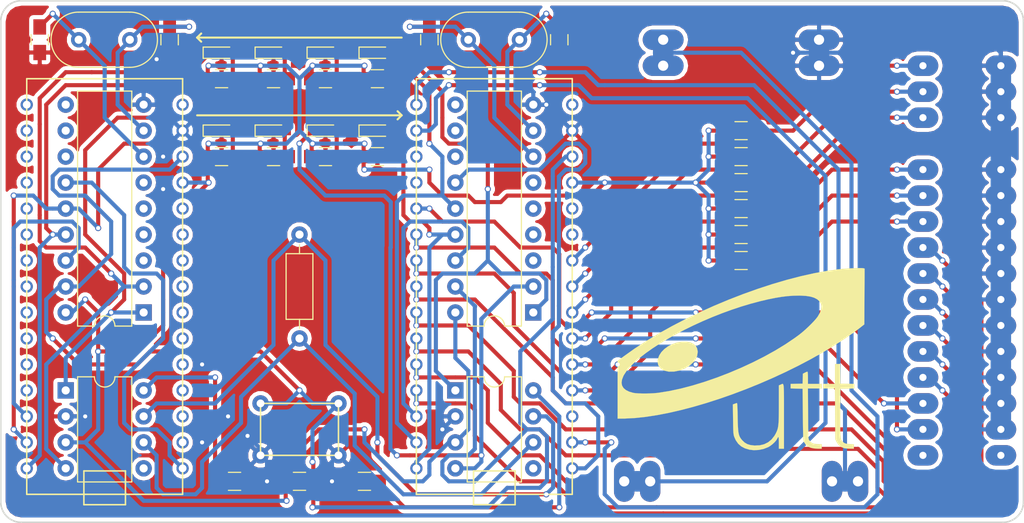
<source format=kicad_pcb>
(kicad_pcb (version 4) (host pcbnew 4.0.6)
  (layers (0 F.Cu signal hide) (31 B.Cu signal hide) (34 B.Paste user) (35 F.Paste user) (36 B.SilkS user) (37 F.SilkS user) (38 B.Mask user) (39 F.Mask user) (44 Edge.Cuts user))
  (net 0 "")
  (net 1 "Net-(C1-Pad1)")
  (net 2 /GND)
  (net 3 "Net-(C2-Pad1)")
  (net 4 "Net-(C3-Pad1)")
  (net 5 "Net-(C4-Pad1)")
  (net 6 /MOSI1)
  (net 7 "Net-(D1-Pad2)")
  (net 8 /MISO1)
  (net 9 "Net-(D2-Pad2)")
  (net 10 /TXCAN1)
  (net 11 "Net-(D3-Pad2)")
  (net 12 /RXCAN1)
  (net 13 "Net-(D4-Pad2)")
  (net 14 /MOSI10)
  (net 15 "Net-(D11-Pad2)")
  (net 16 /MISO10)
  (net 17 "Net-(D12-Pad2)")
  (net 18 /TXCAN10)
  (net 19 "Net-(D13-Pad2)")
  (net 20 /RXCAN10)
  (net 21 "Net-(D14-Pad2)")
  (net 22 /5V)
  (net 23 /RST1)
  (net 24 /A5)
  (net 25 /A4)
  (net 26 /A3)
  (net 27 /A2)
  (net 28 "Net-(R10-Pad1)")
  (net 29 /A1)
  (net 30 /A0)
  (net 31 "Net-(R100-Pad1)")
  (net 32 /CANH)
  (net 33 /CANL)
  (net 34 "Net-(U1-Pad1)")
  (net 35 "Net-(U1-Pad2)")
  (net 36 "Net-(U1-Pad3)")
  (net 37 "Net-(U1-Pad4)")
  (net 38 "Net-(U1-Pad5)")
  (net 39 "Net-(U1-Pad6)")
  (net 40 "Net-(U1-Pad7)")
  (net 41 "Net-(U1-Pad8)")
  (net 42 "Net-(U1-Pad9)")
  (net 43 "Net-(U1-Pad10)")
  (net 44 "Net-(U1-Pad11)")
  (net 45 "Net-(U1-Pad12)")
  (net 46 /SS1)
  (net 47 /SCK1)
  (net 48 "Net-(U1-Pad17)")
  (net 49 "Net-(U1-Pad18)")
  (net 50 "Net-(U1-Pad19)")
  (net 51 "Net-(U1-Pad20)")
  (net 52 "Net-(U1-Pad21)")
  (net 53 "Net-(U1-Pad22)")
  (net 54 "Net-(U1-Pad23)")
  (net 55 "Net-(U1-Pad24)")
  (net 56 "Net-(U1-Pad25)")
  (net 57 "Net-(U1-Pad26)")
  (net 58 "Net-(U1-Pad30)")
  (net 59 "Net-(U2-Pad10)")
  (net 60 "Net-(U2-Pad11)")
  (net 61 "Net-(U2-Pad3)")
  (net 62 "Net-(U2-Pad12)")
  (net 63 "Net-(U2-Pad4)")
  (net 64 "Net-(U2-Pad5)")
  (net 65 "Net-(U2-Pad6)")
  (net 66 "Net-(U3-Pad5)")
  (net 67 /+3.3V)
  (net 68 /RX)
  (net 69 /TX)
  (net 70 "Net-(U6-Pad1)")
  (net 71 /D9)
  (net 72 /D8)
  (net 73 /D7)
  (net 74 /D6)
  (net 75 /D5)
  (net 76 /D4)
  (net 77 /D3)
  (net 78 /D2)
  (net 79 "Net-(U6-Pad24)")
  (net 80 "Net-(U11-Pad3)")
  (net 81 "Net-(U11-Pad4)")
  (net 82 /SS10)
  (net 83 /SCK10)
  (net 84 "Net-(U11-Pad18)")
  (net 85 "Net-(U11-Pad25)")
  (net 86 "Net-(U11-Pad26)")
  (net 87 "Net-(U11-Pad30)")
  (net 88 "Net-(U12-Pad10)")
  (net 89 "Net-(U12-Pad11)")
  (net 90 "Net-(U12-Pad3)")
  (net 91 "Net-(U12-Pad12)")
  (net 92 "Net-(U12-Pad4)")
  (net 93 "Net-(U12-Pad5)")
  (net 94 "Net-(U12-Pad6)")
  (net 95 "Net-(U13-Pad5)")
  (module Capacitors_SMD:C_0805_HandSoldering (layer F.Cu) (at 93.81 53.81 270)
    (fp_text reference C1 hide)
    (fp_text value 22pF)
    (pad 1 smd rect (at -1.25 0 270) (size 1.5 1.25) (layers F.Cu F.Paste F.Mask) (net 1 "Net-(C1-Pad1)"))
    (pad 2 smd rect (at 1.25 0 270) (size 1.5 1.25) (layers F.Cu F.Paste F.Mask) (net 2 /GND))
  )
  (module Capacitors_SMD:C_0805_HandSoldering (layer F.Cu) (at 106.51 53.81 270)
    (fp_text reference C2 hide)
    (fp_text value 22pF)
    (pad 1 smd rect (at -1.25 0 270) (size 1.5 1.25) (layers F.Cu F.Paste F.Mask) (net 3 "Net-(C2-Pad1)"))
    (pad 2 smd rect (at 1.25 0 270) (size 1.5 1.25) (layers F.Cu F.Paste F.Mask) (net 2 /GND))
  )
  (module Capacitors_SMD:C_0805_HandSoldering (layer F.Cu) (at 131.91 53.81 270)
    (fp_text reference C3 hide)
    (fp_text value 22pF)
    (pad 1 smd rect (at -1.25 0 270) (size 1.5 1.25) (layers F.Cu F.Paste F.Mask) (net 4 "Net-(C3-Pad1)"))
    (pad 2 smd rect (at 1.25 0 270) (size 1.5 1.25) (layers F.Cu F.Paste F.Mask) (net 2 /GND))
  )
  (module Capacitors_SMD:C_0805_HandSoldering (layer F.Cu) (at 144.61 53.81 270)
    (fp_text reference C4 hide)
    (fp_text value 22pF)
    (pad 1 smd rect (at -1.25 0 270) (size 1.5 1.25) (layers F.Cu F.Paste F.Mask) (net 5 "Net-(C4-Pad1)"))
    (pad 2 smd rect (at 1.25 0 270) (size 1.5 1.25) (layers F.Cu F.Paste F.Mask) (net 2 /GND))
  )
  (module LEDs:LED_0603_HandSoldering (layer F.Cu) (at 111.59 62.7)
    (fp_text reference D1 hide)
    (fp_text value LED)
    (pad 1 smd rect (at -1.1 0) (size 1.2 0.9) (layers F.Cu F.Paste F.Mask) (net 6 /MOSI1))
    (pad 2 smd rect (at 1.1 0) (size 1.2 0.9) (layers F.Cu F.Paste F.Mask) (net 7 "Net-(D1-Pad2)"))
  )
  (module LEDs:LED_0603_HandSoldering (layer F.Cu) (at 111.59 55.08)
    (fp_text reference D2 hide)
    (fp_text value LED)
    (pad 1 smd rect (at -1.1 0) (size 1.2 0.9) (layers F.Cu F.Paste F.Mask) (net 8 /MISO1))
    (pad 2 smd rect (at 1.1 0) (size 1.2 0.9) (layers F.Cu F.Paste F.Mask) (net 9 "Net-(D2-Pad2)"))
  )
  (module LEDs:LED_0603_HandSoldering (layer F.Cu) (at 116.67 62.7)
    (fp_text reference D3 hide)
    (fp_text value LED)
    (pad 1 smd rect (at -1.1 0) (size 1.2 0.9) (layers F.Cu F.Paste F.Mask) (net 10 /TXCAN1))
    (pad 2 smd rect (at 1.1 0) (size 1.2 0.9) (layers F.Cu F.Paste F.Mask) (net 11 "Net-(D3-Pad2)"))
  )
  (module LEDs:LED_0603_HandSoldering (layer F.Cu) (at 116.67 55.08)
    (fp_text reference D4 hide)
    (fp_text value LED)
    (pad 1 smd rect (at -1.1 0) (size 1.2 0.9) (layers F.Cu F.Paste F.Mask) (net 12 /RXCAN1))
    (pad 2 smd rect (at 1.1 0) (size 1.2 0.9) (layers F.Cu F.Paste F.Mask) (net 13 "Net-(D4-Pad2)"))
  )
  (module LEDs:LED_0603_HandSoldering (layer F.Cu) (at 126.83 55.08)
    (fp_text reference D11 hide)
    (fp_text value LED)
    (pad 1 smd rect (at -1.1 0) (size 1.2 0.9) (layers F.Cu F.Paste F.Mask) (net 14 /MOSI10))
    (pad 2 smd rect (at 1.1 0) (size 1.2 0.9) (layers F.Cu F.Paste F.Mask) (net 15 "Net-(D11-Pad2)"))
  )
  (module LEDs:LED_0603_HandSoldering (layer F.Cu) (at 126.83 62.7)
    (fp_text reference D12 hide)
    (fp_text value LED)
    (pad 1 smd rect (at -1.1 0) (size 1.2 0.9) (layers F.Cu F.Paste F.Mask) (net 16 /MISO10))
    (pad 2 smd rect (at 1.1 0) (size 1.2 0.9) (layers F.Cu F.Paste F.Mask) (net 17 "Net-(D12-Pad2)"))
  )
  (module LEDs:LED_0603_HandSoldering (layer F.Cu) (at 121.75 55.08)
    (fp_text reference D13 hide)
    (fp_text value LED)
    (pad 1 smd rect (at -1.1 0) (size 1.2 0.9) (layers F.Cu F.Paste F.Mask) (net 18 /TXCAN10))
    (pad 2 smd rect (at 1.1 0) (size 1.2 0.9) (layers F.Cu F.Paste F.Mask) (net 19 "Net-(D13-Pad2)"))
  )
  (module LEDs:LED_0603_HandSoldering (layer F.Cu) (at 121.75 62.7)
    (fp_text reference D14 hide)
    (fp_text value LED)
    (pad 1 smd rect (at -1.1 0) (size 1.2 0.9) (layers F.Cu F.Paste F.Mask) (net 20 /RXCAN10))
    (pad 2 smd rect (at 1.1 0) (size 1.2 0.9) (layers F.Cu F.Paste F.Mask) (net 21 "Net-(D14-Pad2)"))
  )
  (module Resistors_SMD:R_0805_HandSoldering (layer F.Cu) (at 111.59 65.24)
    (fp_text reference R1 hide)
    (fp_text value 330R)
    (pad 1 smd rect (at -1.35 0) (size 1.5 1.3) (layers F.Cu F.Paste F.Mask) (net 22 /5V))
    (pad 2 smd rect (at 1.35 0) (size 1.5 1.3) (layers F.Cu F.Paste F.Mask) (net 7 "Net-(D1-Pad2)"))
  )
  (module Resistors_SMD:R_0805_HandSoldering (layer F.Cu) (at 111.59 57.62)
    (fp_text reference R2 hide)
    (fp_text value 330R)
    (pad 1 smd rect (at -1.35 0) (size 1.5 1.3) (layers F.Cu F.Paste F.Mask) (net 22 /5V))
    (pad 2 smd rect (at 1.35 0) (size 1.5 1.3) (layers F.Cu F.Paste F.Mask) (net 9 "Net-(D2-Pad2)"))
  )
  (module Resistors_SMD:R_0805_HandSoldering (layer F.Cu) (at 116.67 65.24)
    (fp_text reference R3 hide)
    (fp_text value 330R)
    (pad 1 smd rect (at -1.35 0) (size 1.5 1.3) (layers F.Cu F.Paste F.Mask) (net 22 /5V))
    (pad 2 smd rect (at 1.35 0) (size 1.5 1.3) (layers F.Cu F.Paste F.Mask) (net 11 "Net-(D3-Pad2)"))
  )
  (module Resistors_SMD:R_0805_HandSoldering (layer F.Cu) (at 116.67 57.62)
    (fp_text reference R4 hide)
    (fp_text value 330R)
    (pad 1 smd rect (at -1.35 0) (size 1.5 1.3) (layers F.Cu F.Paste F.Mask) (net 22 /5V))
    (pad 2 smd rect (at 1.35 0) (size 1.5 1.3) (layers F.Cu F.Paste F.Mask) (net 13 "Net-(D4-Pad2)"))
  )
  (module Resistors_SMD:R_0805_HandSoldering (layer F.Cu) (at 119.21 96.99)
    (fp_text reference R5 hide)
    (fp_text value 10K)
    (pad 1 smd rect (at -1.35 0) (size 1.5 1.3) (layers F.Cu F.Paste F.Mask) (net 22 /5V))
    (pad 2 smd rect (at 1.35 0) (size 1.5 1.3) (layers F.Cu F.Paste F.Mask) (net 23 /RST1))
  )
  (module Resistors_SMD:R_0805_HandSoldering (layer F.Cu) (at 162.39 62.7)
    (fp_text reference R6 hide)
    (fp_text value 20K)
    (pad 1 smd rect (at -1.35 0) (size 1.5 1.3) (layers F.Cu F.Paste F.Mask) (net 22 /5V))
    (pad 2 smd rect (at 1.35 0) (size 1.5 1.3) (layers F.Cu F.Paste F.Mask) (net 24 /A5))
  )
  (module Resistors_SMD:R_0805_HandSoldering (layer F.Cu) (at 162.39 65.24)
    (fp_text reference R7 hide)
    (fp_text value 20K)
    (pad 1 smd rect (at -1.35 0) (size 1.5 1.3) (layers F.Cu F.Paste F.Mask) (net 22 /5V))
    (pad 2 smd rect (at 1.35 0) (size 1.5 1.3) (layers F.Cu F.Paste F.Mask) (net 25 /A4))
  )
  (module Resistors_SMD:R_0805_HandSoldering (layer F.Cu) (at 162.39 67.78)
    (fp_text reference R8 hide)
    (fp_text value 20K)
    (pad 1 smd rect (at -1.35 0) (size 1.5 1.3) (layers F.Cu F.Paste F.Mask) (net 22 /5V))
    (pad 2 smd rect (at 1.35 0) (size 1.5 1.3) (layers F.Cu F.Paste F.Mask) (net 26 /A3))
  )
  (module Resistors_SMD:R_0805_HandSoldering (layer F.Cu) (at 162.39 70.32)
    (fp_text reference R9 hide)
    (fp_text value 20K)
    (pad 1 smd rect (at -1.35 0) (size 1.5 1.3) (layers F.Cu F.Paste F.Mask) (net 22 /5V))
    (pad 2 smd rect (at 1.35 0) (size 1.5 1.3) (layers F.Cu F.Paste F.Mask) (net 27 /A2))
  )
  (module Resistors_SMD:R_0805_HandSoldering (layer F.Cu) (at 125.56 96.99 180)
    (fp_text reference R10 hide)
    (fp_text value 15K)
    (pad 1 smd rect (at -1.35 0 180) (size 1.5 1.3) (layers F.Cu F.Paste F.Mask) (net 28 "Net-(R10-Pad1)"))
    (pad 2 smd rect (at 1.35 0 180) (size 1.5 1.3) (layers F.Cu F.Paste F.Mask) (net 2 /GND))
  )
  (module Resistors_SMD:R_0805_HandSoldering (layer F.Cu) (at 126.83 57.62)
    (fp_text reference R11 hide)
    (fp_text value 330R)
    (pad 1 smd rect (at -1.35 0) (size 1.5 1.3) (layers F.Cu F.Paste F.Mask) (net 22 /5V))
    (pad 2 smd rect (at 1.35 0) (size 1.5 1.3) (layers F.Cu F.Paste F.Mask) (net 15 "Net-(D11-Pad2)"))
  )
  (module Resistors_SMD:R_0805_HandSoldering (layer F.Cu) (at 126.83 65.24)
    (fp_text reference R12 hide)
    (fp_text value 330R)
    (pad 1 smd rect (at -1.35 0) (size 1.5 1.3) (layers F.Cu F.Paste F.Mask) (net 22 /5V))
    (pad 2 smd rect (at 1.35 0) (size 1.5 1.3) (layers F.Cu F.Paste F.Mask) (net 17 "Net-(D12-Pad2)"))
  )
  (module Resistors_SMD:R_0805_HandSoldering (layer F.Cu) (at 121.75 57.62)
    (fp_text reference R13 hide)
    (fp_text value 330R)
    (pad 1 smd rect (at -1.35 0) (size 1.5 1.3) (layers F.Cu F.Paste F.Mask) (net 22 /5V))
    (pad 2 smd rect (at 1.35 0) (size 1.5 1.3) (layers F.Cu F.Paste F.Mask) (net 19 "Net-(D13-Pad2)"))
  )
  (module Resistors_SMD:R_0805_HandSoldering (layer F.Cu) (at 121.75 65.24)
    (fp_text reference R14 hide)
    (fp_text value 330R)
    (pad 1 smd rect (at -1.35 0) (size 1.5 1.3) (layers F.Cu F.Paste F.Mask) (net 22 /5V))
    (pad 2 smd rect (at 1.35 0) (size 1.5 1.3) (layers F.Cu F.Paste F.Mask) (net 21 "Net-(D14-Pad2)"))
  )
  (module Resistors_SMD:R_0805_HandSoldering (layer F.Cu) (at 162.39 72.86)
    (fp_text reference R15 hide)
    (fp_text value 20K)
    (pad 1 smd rect (at -1.35 0) (size 1.5 1.3) (layers F.Cu F.Paste F.Mask) (net 22 /5V))
    (pad 2 smd rect (at 1.35 0) (size 1.5 1.3) (layers F.Cu F.Paste F.Mask) (net 29 /A1))
  )
  (module Resistors_SMD:R_0805_HandSoldering (layer F.Cu) (at 162.39 75.4)
    (fp_text reference R16 hide)
    (fp_text value 20K)
    (pad 1 smd rect (at -1.35 0) (size 1.5 1.3) (layers F.Cu F.Paste F.Mask) (net 22 /5V))
    (pad 2 smd rect (at 1.35 0) (size 1.5 1.3) (layers F.Cu F.Paste F.Mask) (net 30 /A0))
  )
  (module Resistors_SMD:R_0805_HandSoldering (layer F.Cu) (at 112.86 96.99)
    (fp_text reference R100 hide)
    (fp_text value 15K)
    (pad 1 smd rect (at -1.35 0) (size 1.5 1.3) (layers F.Cu F.Paste F.Mask) (net 31 "Net-(R100-Pad1)"))
    (pad 2 smd rect (at 1.35 0) (size 1.5 1.3) (layers F.Cu F.Paste F.Mask) (net 2 /GND))
  )
  (module Resistors_ThroughHole:R_Axial_DIN0207_L6.3mm_D2.5mm_P10.16mm_Horizontal (layer F.Cu) (at 119.21 72.86 270)
    (fp_text reference RCAN1 hide)
    (fp_text value 60R)
    (pad 1 thru_hole circle (at 0 0 270) (size 1.6 1.6) (drill 0.8) (layers *.Cu *.Mask) (net 32 /CANH))
    (pad 2 thru_hole oval (at 10.16 0 270) (size 1.6 1.6) (drill 0.8) (layers *.Cu *.Mask) (net 33 /CANL))
  )
  (module Libabar:Nano (layer F.Cu) (at 100.16 77.94)
    (fp_text reference U1 hide)
    (fp_text value Nano)
    (pad 1 thru_hole circle (at -7.62 -17.78) (size 1.2 1.2) (drill 0.762) (layers *.Cu *.Mask) (net 34 "Net-(U1-Pad1)"))
    (pad 2 thru_hole circle (at -7.62 -15.24) (size 1.2 1.2) (drill 0.762) (layers *.Cu *.Mask) (net 35 "Net-(U1-Pad2)"))
    (pad 3 thru_hole circle (at -7.62 -12.7) (size 1.2 1.2) (drill 0.762) (layers *.Cu *.Mask) (net 36 "Net-(U1-Pad3)"))
    (pad 4 thru_hole circle (at -7.62 -10.16) (size 1.2 1.2) (drill 0.762) (layers *.Cu *.Mask) (net 37 "Net-(U1-Pad4)"))
    (pad 5 thru_hole circle (at -7.62 -7.62) (size 1.2 1.2) (drill 0.762) (layers *.Cu *.Mask) (net 38 "Net-(U1-Pad5)"))
    (pad 6 thru_hole circle (at -7.62 -5.08) (size 1.2 1.2) (drill 0.762) (layers *.Cu *.Mask) (net 39 "Net-(U1-Pad6)"))
    (pad 7 thru_hole circle (at -7.62 -2.54) (size 1.2 1.2) (drill 0.762) (layers *.Cu *.Mask) (net 40 "Net-(U1-Pad7)"))
    (pad 8 thru_hole circle (at -7.62 0) (size 1.2 1.2) (drill 0.762) (layers *.Cu *.Mask) (net 41 "Net-(U1-Pad8)"))
    (pad 9 thru_hole circle (at -7.62 2.54) (size 1.2 1.2) (drill 0.762) (layers *.Cu *.Mask) (net 42 "Net-(U1-Pad9)"))
    (pad 10 thru_hole circle (at -7.62 5.08) (size 1.2 1.2) (drill 0.762) (layers *.Cu *.Mask) (net 43 "Net-(U1-Pad10)"))
    (pad 11 thru_hole circle (at -7.62 7.62) (size 1.2 1.2) (drill 0.762) (layers *.Cu *.Mask) (net 44 "Net-(U1-Pad11)"))
    (pad 12 thru_hole circle (at -7.62 10.16) (size 1.2 1.2) (drill 0.762) (layers *.Cu *.Mask) (net 45 "Net-(U1-Pad12)"))
    (pad 13 thru_hole circle (at -7.62 12.7) (size 1.2 1.2) (drill 0.762) (layers *.Cu *.Mask) (net 46 /SS1))
    (pad 14 thru_hole circle (at -7.62 15.24) (size 1.2 1.2) (drill 0.762) (layers *.Cu *.Mask) (net 6 /MOSI1))
    (pad 15 thru_hole circle (at -7.62 17.78) (size 1.2 1.2) (drill 0.762) (layers *.Cu *.Mask) (net 8 /MISO1))
    (pad 16 thru_hole circle (at 7.62 17.78) (size 1.2 1.2) (drill 0.762) (layers *.Cu *.Mask) (net 47 /SCK1))
    (pad 17 thru_hole circle (at 7.62 15.24) (size 1.2 1.2) (drill 0.762) (layers *.Cu *.Mask) (net 48 "Net-(U1-Pad17)"))
    (pad 18 thru_hole circle (at 7.62 12.7) (size 1.2 1.2) (drill 0.762) (layers *.Cu *.Mask) (net 49 "Net-(U1-Pad18)"))
    (pad 19 thru_hole circle (at 7.62 10.16) (size 1.2 1.2) (drill 0.762) (layers *.Cu *.Mask) (net 50 "Net-(U1-Pad19)"))
    (pad 20 thru_hole circle (at 7.62 7.62) (size 1.2 1.2) (drill 0.762) (layers *.Cu *.Mask) (net 51 "Net-(U1-Pad20)"))
    (pad 21 thru_hole circle (at 7.62 5.08) (size 1.2 1.2) (drill 0.762) (layers *.Cu *.Mask) (net 52 "Net-(U1-Pad21)"))
    (pad 22 thru_hole circle (at 7.62 2.54) (size 1.2 1.2) (drill 0.762) (layers *.Cu *.Mask) (net 53 "Net-(U1-Pad22)"))
    (pad 23 thru_hole circle (at 7.62 0) (size 1.2 1.2) (drill 0.762) (layers *.Cu *.Mask) (net 54 "Net-(U1-Pad23)"))
    (pad 24 thru_hole circle (at 7.62 -2.54) (size 1.2 1.2) (drill 0.762) (layers *.Cu *.Mask) (net 55 "Net-(U1-Pad24)"))
    (pad 25 thru_hole circle (at 7.62 -5.08) (size 1.2 1.2) (drill 0.762) (layers *.Cu *.Mask) (net 56 "Net-(U1-Pad25)"))
    (pad 26 thru_hole circle (at 7.62 -7.62) (size 1.2 1.2) (drill 0.762) (layers *.Cu *.Mask) (net 57 "Net-(U1-Pad26)"))
    (pad 27 thru_hole circle (at 7.62 -10.16) (size 1.2 1.2) (drill 0.762) (layers *.Cu *.Mask) (net 22 /5V))
    (pad 28 thru_hole circle (at 7.62 -12.7) (size 1.2 1.2) (drill 0.762) (layers *.Cu *.Mask) (net 23 /RST1))
    (pad 29 thru_hole circle (at 7.62 -15.24) (size 1.2 1.2) (drill 0.762) (layers *.Cu *.Mask) (net 2 /GND))
    (pad 30 thru_hole circle (at 7.62 -17.78) (size 1.2 1.2) (drill 0.762) (layers *.Cu *.Mask) (net 58 "Net-(U1-Pad30)"))
  )
  (module Housings_DIP:DIP-18_W7.62mm (layer F.Cu) (at 103.97 80.48 180)
    (fp_text reference U2 hide)
    (fp_text value MCP2515)
    (pad 1 thru_hole rect (at 0 0 180) (size 1.6 1.6) (drill 0.8) (layers *.Cu *.Mask) (net 10 /TXCAN1))
    (pad 10 thru_hole oval (at 7.62 20.32 180) (size 1.6 1.6) (drill 0.8) (layers *.Cu *.Mask) (net 59 "Net-(U2-Pad10)"))
    (pad 2 thru_hole oval (at 0 2.54 180) (size 1.6 1.6) (drill 0.8) (layers *.Cu *.Mask) (net 12 /RXCAN1))
    (pad 11 thru_hole oval (at 7.62 17.78 180) (size 1.6 1.6) (drill 0.8) (layers *.Cu *.Mask) (net 60 "Net-(U2-Pad11)"))
    (pad 3 thru_hole oval (at 0 5.08 180) (size 1.6 1.6) (drill 0.8) (layers *.Cu *.Mask) (net 61 "Net-(U2-Pad3)"))
    (pad 12 thru_hole oval (at 7.62 15.24 180) (size 1.6 1.6) (drill 0.8) (layers *.Cu *.Mask) (net 62 "Net-(U2-Pad12)"))
    (pad 4 thru_hole oval (at 0 7.62 180) (size 1.6 1.6) (drill 0.8) (layers *.Cu *.Mask) (net 63 "Net-(U2-Pad4)"))
    (pad 13 thru_hole oval (at 7.62 12.7 180) (size 1.6 1.6) (drill 0.8) (layers *.Cu *.Mask) (net 47 /SCK1))
    (pad 5 thru_hole oval (at 0 10.16 180) (size 1.6 1.6) (drill 0.8) (layers *.Cu *.Mask) (net 64 "Net-(U2-Pad5)"))
    (pad 14 thru_hole oval (at 7.62 10.16 180) (size 1.6 1.6) (drill 0.8) (layers *.Cu *.Mask) (net 6 /MOSI1))
    (pad 6 thru_hole oval (at 0 12.7 180) (size 1.6 1.6) (drill 0.8) (layers *.Cu *.Mask) (net 65 "Net-(U2-Pad6)"))
    (pad 15 thru_hole oval (at 7.62 7.62 180) (size 1.6 1.6) (drill 0.8) (layers *.Cu *.Mask) (net 8 /MISO1))
    (pad 7 thru_hole oval (at 0 15.24 180) (size 1.6 1.6) (drill 0.8) (layers *.Cu *.Mask) (net 1 "Net-(C1-Pad1)"))
    (pad 16 thru_hole oval (at 7.62 5.08 180) (size 1.6 1.6) (drill 0.8) (layers *.Cu *.Mask) (net 46 /SS1))
    (pad 8 thru_hole oval (at 0 17.78 180) (size 1.6 1.6) (drill 0.8) (layers *.Cu *.Mask) (net 3 "Net-(C2-Pad1)"))
    (pad 17 thru_hole oval (at 7.62 2.54 180) (size 1.6 1.6) (drill 0.8) (layers *.Cu *.Mask) (net 23 /RST1))
    (pad 9 thru_hole oval (at 0 20.32 180) (size 1.6 1.6) (drill 0.8) (layers *.Cu *.Mask) (net 2 /GND))
    (pad 18 thru_hole oval (at 7.62 0 180) (size 1.6 1.6) (drill 0.8) (layers *.Cu *.Mask) (net 22 /5V))
  )
  (module Housings_DIP:DIP-8_W7.62mm (layer F.Cu) (at 96.35 88.1)
    (fp_text reference U3 hide)
    (fp_text value MCP2551)
    (pad 1 thru_hole rect (at 0 0) (size 1.6 1.6) (drill 0.8) (layers *.Cu *.Mask) (net 10 /TXCAN1))
    (pad 5 thru_hole oval (at 7.62 7.62) (size 1.6 1.6) (drill 0.8) (layers *.Cu *.Mask) (net 66 "Net-(U3-Pad5)"))
    (pad 2 thru_hole oval (at 0 2.54) (size 1.6 1.6) (drill 0.8) (layers *.Cu *.Mask) (net 2 /GND))
    (pad 6 thru_hole oval (at 7.62 5.08) (size 1.6 1.6) (drill 0.8) (layers *.Cu *.Mask) (net 33 /CANL))
    (pad 3 thru_hole oval (at 0 5.08) (size 1.6 1.6) (drill 0.8) (layers *.Cu *.Mask) (net 22 /5V))
    (pad 7 thru_hole oval (at 7.62 2.54) (size 1.6 1.6) (drill 0.8) (layers *.Cu *.Mask) (net 32 /CANH))
    (pad 4 thru_hole oval (at 0 7.62) (size 1.6 1.6) (drill 0.8) (layers *.Cu *.Mask) (net 12 /RXCAN1))
    (pad 8 thru_hole oval (at 7.62 0) (size 1.6 1.6) (drill 0.8) (layers *.Cu *.Mask) (net 31 "Net-(R100-Pad1)"))
  )
  (module Libabar:PushButton (layer F.Cu) (at 117.94 86.83)
    (fp_text reference U4 hide)
    (fp_text value PushButton)
    (pad 1 thru_hole circle (at 5.08 2.54) (size 1.6 1.6) (drill 0.762) (layers *.Cu *.Mask) (net 23 /RST1))
    (pad 2 thru_hole circle (at -2.54 2.54) (size 1.6 1.6) (drill 0.762) (layers *.Cu *.Mask) (net 23 /RST1))
    (pad 3 thru_hole circle (at -2.54 7.62) (size 1.6 1.6) (drill 0.762) (layers *.Cu *.Mask) (net 2 /GND))
    (pad 4 thru_hole circle (at 5.08 7.62) (size 1.6 1.6) (drill 0.762) (layers *.Cu *.Mask) (net 2 /GND))
  )
  (module Libabar:XBee_adapter (layer F.Cu) (at 154.77 53.81)
    (fp_text reference U5 hide)
    (fp_text value XBee_adapter)
    (pad 3 thru_hole oval (at 0 0) (size 4 2) (drill 1) (layers *.Cu *.Mask) (net 67 /+3.3V))
    (pad 4 thru_hole oval (at 0 2.54) (size 4 2) (drill 1) (layers *.Cu *.Mask) (net 67 /+3.3V))
    (pad 1 thru_hole oval (at 15.24 0) (size 4 2) (drill 1) (layers *.Cu *.Mask) (net 2 /GND))
    (pad 2 thru_hole oval (at 15.24 2.54) (size 4 2) (drill 1) (layers *.Cu *.Mask) (net 2 /GND))
    (pad 7 thru_hole oval (at -1.27 43.18) (size 2 4) (drill 1) (layers *.Cu *.Mask) (net 68 /RX))
    (pad 8 thru_hole oval (at -3.81 43.18) (size 2 4) (drill 1) (layers *.Cu *.Mask) (net 68 /RX))
    (pad 5 thru_hole oval (at 16.51 43.18) (size 2 4) (drill 1) (layers *.Cu *.Mask) (net 69 /TX))
    (pad 6 thru_hole oval (at 19.05 43.18) (size 2 4) (drill 1) (layers *.Cu *.Mask) (net 69 /TX))
  )
  (module Libabar:DIPSwitch_12 (layer F.Cu) (at 187.79 94.45 180)
    (fp_text reference U6 hide)
    (fp_text value DIPSwitch_12)
    (pad 1 thru_hole oval (at 0 0 180) (size 3 2) (drill 0.7) (layers *.Cu *.Mask) (net 70 "Net-(U6-Pad1)"))
    (pad 2 thru_hole oval (at 0 2.54 180) (size 3 2) (drill 0.7) (layers *.Cu *.Mask) (net 2 /GND))
    (pad 3 thru_hole oval (at 0 5.08 180) (size 3 2) (drill 0.7) (layers *.Cu *.Mask) (net 2 /GND))
    (pad 4 thru_hole oval (at 0 7.62 180) (size 3 2) (drill 0.7) (layers *.Cu *.Mask) (net 2 /GND))
    (pad 5 thru_hole oval (at 0 10.16 180) (size 3 2) (drill 0.7) (layers *.Cu *.Mask) (net 2 /GND))
    (pad 6 thru_hole oval (at 0 12.7 180) (size 3 2) (drill 0.7) (layers *.Cu *.Mask) (net 2 /GND))
    (pad 7 thru_hole oval (at 0 15.24 180) (size 3 2) (drill 0.7) (layers *.Cu *.Mask) (net 2 /GND))
    (pad 8 thru_hole oval (at 0 17.78 180) (size 3 2) (drill 0.7) (layers *.Cu *.Mask) (net 2 /GND))
    (pad 9 thru_hole oval (at 0 20.32 180) (size 3 2) (drill 0.7) (layers *.Cu *.Mask) (net 2 /GND))
    (pad 10 thru_hole oval (at 0 22.86 180) (size 3 2) (drill 0.7) (layers *.Cu *.Mask) (net 2 /GND))
    (pad 11 thru_hole oval (at 0 25.4 180) (size 3 2) (drill 0.7) (layers *.Cu *.Mask) (net 2 /GND))
    (pad 12 thru_hole oval (at 0 27.94 180) (size 3 2) (drill 0.7) (layers *.Cu *.Mask) (net 2 /GND))
    (pad 13 thru_hole oval (at 7.62 27.94 180) (size 3 2) (drill 0.7) (layers *.Cu *.Mask) (net 27 /A2))
    (pad 14 thru_hole oval (at 7.62 25.4 180) (size 3 2) (drill 0.7) (layers *.Cu *.Mask) (net 29 /A1))
    (pad 15 thru_hole oval (at 7.62 22.86 180) (size 3 2) (drill 0.7) (layers *.Cu *.Mask) (net 30 /A0))
    (pad 16 thru_hole oval (at 7.62 20.32 180) (size 3 2) (drill 0.7) (layers *.Cu *.Mask) (net 71 /D9))
    (pad 17 thru_hole oval (at 7.62 17.78 180) (size 3 2) (drill 0.7) (layers *.Cu *.Mask) (net 72 /D8))
    (pad 18 thru_hole oval (at 7.62 15.24 180) (size 3 2) (drill 0.7) (layers *.Cu *.Mask) (net 73 /D7))
    (pad 19 thru_hole oval (at 7.62 12.7 180) (size 3 2) (drill 0.7) (layers *.Cu *.Mask) (net 74 /D6))
    (pad 20 thru_hole oval (at 7.62 10.16 180) (size 3 2) (drill 0.7) (layers *.Cu *.Mask) (net 75 /D5))
    (pad 21 thru_hole oval (at 7.62 7.62 180) (size 3 2) (drill 0.7) (layers *.Cu *.Mask) (net 76 /D4))
    (pad 22 thru_hole oval (at 7.62 5.08 180) (size 3 2) (drill 0.7) (layers *.Cu *.Mask) (net 77 /D3))
    (pad 23 thru_hole oval (at 7.62 2.54 180) (size 3 2) (drill 0.7) (layers *.Cu *.Mask) (net 78 /D2))
    (pad 24 thru_hole oval (at 7.62 0 180) (size 3 2) (drill 0.7) (layers *.Cu *.Mask) (net 79 "Net-(U6-Pad24)"))
  )
  (module Libabar:DIPSwitch_3 (layer F.Cu) (at 187.79 61.43 180)
    (fp_text reference U7 hide)
    (fp_text value DIPSwitch_3)
    (pad 1 thru_hole oval (at 0 0 180) (size 3 2) (drill 0.7) (layers *.Cu *.Mask) (net 2 /GND))
    (pad 2 thru_hole oval (at 0 2.54 180) (size 3 2) (drill 0.7) (layers *.Cu *.Mask) (net 2 /GND))
    (pad 3 thru_hole oval (at 0 5.08 180) (size 3 2) (drill 0.7) (layers *.Cu *.Mask) (net 2 /GND))
    (pad 4 thru_hole oval (at 7.62 5.08 180) (size 3 2) (drill 0.7) (layers *.Cu *.Mask) (net 24 /A5))
    (pad 5 thru_hole oval (at 7.62 2.54 180) (size 3 2) (drill 0.7) (layers *.Cu *.Mask) (net 25 /A4))
    (pad 6 thru_hole oval (at 7.62 0 180) (size 3 2) (drill 0.7) (layers *.Cu *.Mask) (net 26 /A3))
  )
  (module Libabar:Nano (layer F.Cu) (at 138.26 77.94)
    (fp_text reference U11 hide)
    (fp_text value Nano)
    (pad 1 thru_hole circle (at -7.62 -17.78) (size 1.2 1.2) (drill 0.762) (layers *.Cu *.Mask) (net 69 /TX))
    (pad 2 thru_hole circle (at -7.62 -15.24) (size 1.2 1.2) (drill 0.762) (layers *.Cu *.Mask) (net 68 /RX))
    (pad 3 thru_hole circle (at -7.62 -12.7) (size 1.2 1.2) (drill 0.762) (layers *.Cu *.Mask) (net 80 "Net-(U11-Pad3)"))
    (pad 4 thru_hole circle (at -7.62 -10.16) (size 1.2 1.2) (drill 0.762) (layers *.Cu *.Mask) (net 81 "Net-(U11-Pad4)"))
    (pad 5 thru_hole circle (at -7.62 -7.62) (size 1.2 1.2) (drill 0.762) (layers *.Cu *.Mask) (net 78 /D2))
    (pad 6 thru_hole circle (at -7.62 -5.08) (size 1.2 1.2) (drill 0.762) (layers *.Cu *.Mask) (net 77 /D3))
    (pad 7 thru_hole circle (at -7.62 -2.54) (size 1.2 1.2) (drill 0.762) (layers *.Cu *.Mask) (net 76 /D4))
    (pad 8 thru_hole circle (at -7.62 0) (size 1.2 1.2) (drill 0.762) (layers *.Cu *.Mask) (net 75 /D5))
    (pad 9 thru_hole circle (at -7.62 2.54) (size 1.2 1.2) (drill 0.762) (layers *.Cu *.Mask) (net 74 /D6))
    (pad 10 thru_hole circle (at -7.62 5.08) (size 1.2 1.2) (drill 0.762) (layers *.Cu *.Mask) (net 73 /D7))
    (pad 11 thru_hole circle (at -7.62 7.62) (size 1.2 1.2) (drill 0.762) (layers *.Cu *.Mask) (net 72 /D8))
    (pad 12 thru_hole circle (at -7.62 10.16) (size 1.2 1.2) (drill 0.762) (layers *.Cu *.Mask) (net 71 /D9))
    (pad 13 thru_hole circle (at -7.62 12.7) (size 1.2 1.2) (drill 0.762) (layers *.Cu *.Mask) (net 82 /SS10))
    (pad 14 thru_hole circle (at -7.62 15.24) (size 1.2 1.2) (drill 0.762) (layers *.Cu *.Mask) (net 14 /MOSI10))
    (pad 15 thru_hole circle (at -7.62 17.78) (size 1.2 1.2) (drill 0.762) (layers *.Cu *.Mask) (net 16 /MISO10))
    (pad 16 thru_hole circle (at 7.62 17.78) (size 1.2 1.2) (drill 0.762) (layers *.Cu *.Mask) (net 83 /SCK10))
    (pad 17 thru_hole circle (at 7.62 15.24) (size 1.2 1.2) (drill 0.762) (layers *.Cu *.Mask) (net 67 /+3.3V))
    (pad 18 thru_hole circle (at 7.62 12.7) (size 1.2 1.2) (drill 0.762) (layers *.Cu *.Mask) (net 84 "Net-(U11-Pad18)"))
    (pad 19 thru_hole circle (at 7.62 10.16) (size 1.2 1.2) (drill 0.762) (layers *.Cu *.Mask) (net 30 /A0))
    (pad 20 thru_hole circle (at 7.62 7.62) (size 1.2 1.2) (drill 0.762) (layers *.Cu *.Mask) (net 29 /A1))
    (pad 21 thru_hole circle (at 7.62 5.08) (size 1.2 1.2) (drill 0.762) (layers *.Cu *.Mask) (net 27 /A2))
    (pad 22 thru_hole circle (at 7.62 2.54) (size 1.2 1.2) (drill 0.762) (layers *.Cu *.Mask) (net 26 /A3))
    (pad 23 thru_hole circle (at 7.62 0) (size 1.2 1.2) (drill 0.762) (layers *.Cu *.Mask) (net 25 /A4))
    (pad 24 thru_hole circle (at 7.62 -2.54) (size 1.2 1.2) (drill 0.762) (layers *.Cu *.Mask) (net 24 /A5))
    (pad 25 thru_hole circle (at 7.62 -5.08) (size 1.2 1.2) (drill 0.762) (layers *.Cu *.Mask) (net 85 "Net-(U11-Pad25)"))
    (pad 26 thru_hole circle (at 7.62 -7.62) (size 1.2 1.2) (drill 0.762) (layers *.Cu *.Mask) (net 86 "Net-(U11-Pad26)"))
    (pad 27 thru_hole circle (at 7.62 -10.16) (size 1.2 1.2) (drill 0.762) (layers *.Cu *.Mask) (net 22 /5V))
    (pad 28 thru_hole circle (at 7.62 -12.7) (size 1.2 1.2) (drill 0.762) (layers *.Cu *.Mask) (net 23 /RST1))
    (pad 29 thru_hole circle (at 7.62 -15.24) (size 1.2 1.2) (drill 0.762) (layers *.Cu *.Mask) (net 2 /GND))
    (pad 30 thru_hole circle (at 7.62 -17.78) (size 1.2 1.2) (drill 0.762) (layers *.Cu *.Mask) (net 87 "Net-(U11-Pad30)"))
  )
  (module Housings_DIP:DIP-18_W7.62mm (layer F.Cu) (at 142.07 80.48 180)
    (fp_text reference U12 hide)
    (fp_text value MCP2515)
    (pad 1 thru_hole rect (at 0 0 180) (size 1.6 1.6) (drill 0.8) (layers *.Cu *.Mask) (net 18 /TXCAN10))
    (pad 10 thru_hole oval (at 7.62 20.32 180) (size 1.6 1.6) (drill 0.8) (layers *.Cu *.Mask) (net 88 "Net-(U12-Pad10)"))
    (pad 2 thru_hole oval (at 0 2.54 180) (size 1.6 1.6) (drill 0.8) (layers *.Cu *.Mask) (net 20 /RXCAN10))
    (pad 11 thru_hole oval (at 7.62 17.78 180) (size 1.6 1.6) (drill 0.8) (layers *.Cu *.Mask) (net 89 "Net-(U12-Pad11)"))
    (pad 3 thru_hole oval (at 0 5.08 180) (size 1.6 1.6) (drill 0.8) (layers *.Cu *.Mask) (net 90 "Net-(U12-Pad3)"))
    (pad 12 thru_hole oval (at 7.62 15.24 180) (size 1.6 1.6) (drill 0.8) (layers *.Cu *.Mask) (net 91 "Net-(U12-Pad12)"))
    (pad 4 thru_hole oval (at 0 7.62 180) (size 1.6 1.6) (drill 0.8) (layers *.Cu *.Mask) (net 92 "Net-(U12-Pad4)"))
    (pad 13 thru_hole oval (at 7.62 12.7 180) (size 1.6 1.6) (drill 0.8) (layers *.Cu *.Mask) (net 83 /SCK10))
    (pad 5 thru_hole oval (at 0 10.16 180) (size 1.6 1.6) (drill 0.8) (layers *.Cu *.Mask) (net 93 "Net-(U12-Pad5)"))
    (pad 14 thru_hole oval (at 7.62 10.16 180) (size 1.6 1.6) (drill 0.8) (layers *.Cu *.Mask) (net 14 /MOSI10))
    (pad 6 thru_hole oval (at 0 12.7 180) (size 1.6 1.6) (drill 0.8) (layers *.Cu *.Mask) (net 94 "Net-(U12-Pad6)"))
    (pad 15 thru_hole oval (at 7.62 7.62 180) (size 1.6 1.6) (drill 0.8) (layers *.Cu *.Mask) (net 16 /MISO10))
    (pad 7 thru_hole oval (at 0 15.24 180) (size 1.6 1.6) (drill 0.8) (layers *.Cu *.Mask) (net 4 "Net-(C3-Pad1)"))
    (pad 16 thru_hole oval (at 7.62 5.08 180) (size 1.6 1.6) (drill 0.8) (layers *.Cu *.Mask) (net 82 /SS10))
    (pad 8 thru_hole oval (at 0 17.78 180) (size 1.6 1.6) (drill 0.8) (layers *.Cu *.Mask) (net 5 "Net-(C4-Pad1)"))
    (pad 17 thru_hole oval (at 7.62 2.54 180) (size 1.6 1.6) (drill 0.8) (layers *.Cu *.Mask) (net 23 /RST1))
    (pad 9 thru_hole oval (at 0 20.32 180) (size 1.6 1.6) (drill 0.8) (layers *.Cu *.Mask) (net 2 /GND))
    (pad 18 thru_hole oval (at 7.62 0 180) (size 1.6 1.6) (drill 0.8) (layers *.Cu *.Mask) (net 22 /5V))
  )
  (module Housings_DIP:DIP-8_W7.62mm (layer F.Cu) (at 134.45 88.1)
    (fp_text reference U13 hide)
    (fp_text value MCP2551)
    (pad 1 thru_hole rect (at 0 0) (size 1.6 1.6) (drill 0.8) (layers *.Cu *.Mask) (net 18 /TXCAN10))
    (pad 5 thru_hole oval (at 7.62 7.62) (size 1.6 1.6) (drill 0.8) (layers *.Cu *.Mask) (net 95 "Net-(U13-Pad5)"))
    (pad 2 thru_hole oval (at 0 2.54) (size 1.6 1.6) (drill 0.8) (layers *.Cu *.Mask) (net 2 /GND))
    (pad 6 thru_hole oval (at 7.62 5.08) (size 1.6 1.6) (drill 0.8) (layers *.Cu *.Mask) (net 33 /CANL))
    (pad 3 thru_hole oval (at 0 5.08) (size 1.6 1.6) (drill 0.8) (layers *.Cu *.Mask) (net 22 /5V))
    (pad 7 thru_hole oval (at 7.62 2.54) (size 1.6 1.6) (drill 0.8) (layers *.Cu *.Mask) (net 32 /CANH))
    (pad 4 thru_hole oval (at 0 7.62) (size 1.6 1.6) (drill 0.8) (layers *.Cu *.Mask) (net 20 /RXCAN10))
    (pad 8 thru_hole oval (at 7.62 0) (size 1.6 1.6) (drill 0.8) (layers *.Cu *.Mask) (net 28 "Net-(R10-Pad1)"))
  )
  (module Crystals:Resonator-2pin_w10.0mm_h5.0mm (layer F.Cu) (at 97.62 53.81)
    (fp_text reference Y1 hide)
    (fp_text value 16MHz)
    (pad 1 thru_hole circle (at 0 0) (size 1.5 1.5) (drill 0.8) (layers *.Cu *.Mask) (net 1 "Net-(C1-Pad1)"))
    (pad 2 thru_hole circle (at 5 0) (size 1.5 1.5) (drill 0.8) (layers *.Cu *.Mask) (net 3 "Net-(C2-Pad1)"))
  )
  (module Crystals:Resonator-2pin_w10.0mm_h5.0mm (layer F.Cu) (at 135.72 53.81)
    (fp_text reference Y2 hide)
    (fp_text value 16MHz)
    (pad 1 thru_hole circle (at 0 0) (size 1.5 1.5) (drill 0.8) (layers *.Cu *.Mask) (net 4 "Net-(C3-Pad1)"))
    (pad 2 thru_hole circle (at 5 0) (size 1.5 1.5) (drill 0.8) (layers *.Cu *.Mask) (net 5 "Net-(C4-Pad1)"))
  )
  (module All:UTT-L (layer F.Cu) (at 162.39 83.02)
    (fp_text reference G*** hide)
    (fp_text value LOGO hide)
  )
  (gr_line (start 129.2 61.2) (end 128.8 61.6) (angle 90) (layer F.SilkS) (width 0.2))
  (gr_line (start 129.2 61.2) (end 128.8 60.8) (angle 90) (layer F.SilkS) (width 0.2))
  (gr_line (start 109.2 61.2) (end 129.2 61.2) (angle 90) (layer F.SilkS) (width 0.2))
  (gr_line (start 109.2 53.6) (end 109.6 53.2) (angle 90) (layer F.SilkS) (width 0.2))
  (gr_line (start 109.2 53.6) (end 109.6 54) (angle 90) (layer F.SilkS) (width 0.2))
  (gr_line (start 129.2 53.6) (end 109.2 53.6) (angle 90) (layer F.SilkS) (width 0.2))
  (gr_line (start 90 99) (end 90 52) (angle 90) (layer Edge.Cuts) (width 0.15))
  (gr_line (start 188 101) (end 92 101) (angle 90) (layer Edge.Cuts) (width 0.15))
  (gr_line (start 190 52) (end 190 99) (angle 90) (layer Edge.Cuts) (width 0.15))
  (gr_line (start 92 50) (end 188 50) (angle 90) (layer Edge.Cuts) (width 0.15))
  (gr_arc (start 92 52) (end 90 52) (angle 90) (layer Edge.Cuts) (width 0.15))
  (gr_arc (start 188 52) (end 188 50) (angle 90) (layer Edge.Cuts) (width 0.15))
  (gr_arc (start 188 99) (end 190 99) (angle 90) (layer Edge.Cuts) (width 0.15))
  (gr_arc (start 92 99) (end 92 101) (angle 90) (layer Edge.Cuts) (width 0.15))
  (segment (start 97.62 53.81) (end 100.16 56.35) (width 0.4) (layer B.Cu) (net 1))
  (segment (start 100.16 61.43) (end 103.97 65.24) (width 0.4) (layer B.Cu) (net 1))
  (segment (start 100.16 56.35) (end 100.16 61.43) (width 0.4) (layer B.Cu) (net 1))
  (segment (start 97.62 53.81) (end 95.08 51.27) (width 0.4) (layer B.Cu) (net 1))
  (segment (start 95.08 51.27) (end 93.81 52.54) (width 0.4) (layer F.Cu) (net 1))
  (via (at 95.08 51.27) (size 0.6) (drill 0.4) (layers F.Cu B.Cu) (net 1))
  (segment (start 93.81 52.54) (end 93.81 52.56) (width 0.4) (layer F.Cu) (net 1))
  (segment (start 138.26 54.445) (end 138.875 55.06) (width 0.4) (layer F.Cu) (net 2))
  (segment (start 138.895 55.08) (end 138.895 55.06) (width 0.4) (layer F.Cu) (net 2))
  (segment (start 138.875 55.06) (end 138.895 55.08) (width 0.4) (layer F.Cu) (net 2))
  (segment (start 138.26 53.175) (end 138.26 54.445) (width 0.4) (layer F.Cu) (net 2))
  (segment (start 136.355 51.27) (end 138.26 53.175) (width 0.4) (layer F.Cu) (net 2))
  (segment (start 128.735 51.27) (end 102.065 51.27) (width 0.4) (layer F.Cu) (net 2))
  (segment (start 100.16 53.175) (end 102.065 51.27) (width 0.4) (layer F.Cu) (net 2))
  (segment (start 100.16 54.445) (end 100.16 53.175) (width 0.4) (layer F.Cu) (net 2))
  (segment (start 128.735 51.27) (end 136.355 51.27) (width 0.4) (layer F.Cu) (net 2))
  (segment (start 137.625 55.08) (end 137.625 55.06) (width 0.4) (layer F.Cu) (net 2))
  (segment (start 137.645 55.06) (end 137.625 55.08) (width 0.4) (layer F.Cu) (net 2))
  (segment (start 138.26 54.445) (end 137.645 55.06) (width 0.4) (layer F.Cu) (net 2))
  (segment (start 100.16 54.445) (end 100.795 55.08) (width 0.4) (layer F.Cu) (net 2))
  (segment (start 99.545 55.06) (end 100.16 54.445) (width 0.4) (layer F.Cu) (net 2))
  (segment (start 93.81 55.06) (end 99.545 55.06) (width 0.4) (layer F.Cu) (net 2))
  (segment (start 100.795 55.08) (end 106.49 55.08) (width 0.4) (layer F.Cu) (net 2))
  (segment (start 106.49 55.08) (end 106.51 55.06) (width 0.4) (layer F.Cu) (net 2))
  (segment (start 128.1 91.91) (end 126.83 90.64) (width 0.4) (layer F.Cu) (net 2))
  (via (at 133.18 91.91) (size 0.6) (drill 0.4) (layers F.Cu B.Cu) (net 2))
  (segment (start 133.18 91.91) (end 128.1 91.91) (width 0.4) (layer F.Cu) (net 2))
  (segment (start 134.45 90.64) (end 133.18 91.91) (width 0.4) (layer B.Cu) (net 2))
  (segment (start 117.305 92.545) (end 114.13 92.545) (width 0.4) (layer F.Cu) (net 2))
  (segment (start 118.575 91.275) (end 117.305 92.545) (width 0.4) (layer F.Cu) (net 2))
  (segment (start 124.29 91.275) (end 118.575 91.275) (width 0.4) (layer F.Cu) (net 2))
  (segment (start 124.925 90.64) (end 124.29 91.275) (width 0.4) (layer F.Cu) (net 2))
  (segment (start 126.83 90.64) (end 124.925 90.64) (width 0.4) (layer F.Cu) (net 2))
  (segment (start 107.145 74.13) (end 109.05 74.13) (width 0.4) (layer B.Cu) (net 2))
  (segment (start 105.875 64.605) (end 105.875 65.24) (width 0.4) (layer B.Cu) (net 2))
  (via (at 105.875 65.24) (size 0.6) (drill 0.4) (layers F.Cu B.Cu) (net 2))
  (segment (start 105.875 65.24) (end 105.875 68.415) (width 0.4) (layer F.Cu) (net 2))
  (via (at 105.875 68.415) (size 0.6) (drill 0.4) (layers F.Cu B.Cu) (net 2))
  (segment (start 105.875 68.415) (end 105.875 72.86) (width 0.4) (layer B.Cu) (net 2))
  (segment (start 105.875 72.86) (end 105.875 73.495) (width 0.4) (layer B.Cu) (net 2))
  (segment (start 105.875 73.495) (end 106.51 74.13) (width 0.4) (layer B.Cu) (net 2))
  (segment (start 106.51 74.13) (end 107.145 74.13) (width 0.4) (layer B.Cu) (net 2))
  (segment (start 107.78 62.7) (end 105.875 64.605) (width 0.4) (layer B.Cu) (net 2))
  (segment (start 112.225 86.195) (end 112.225 90.64) (width 0.4) (layer F.Cu) (net 2))
  (segment (start 111.59 85.56) (end 112.225 86.195) (width 0.4) (layer F.Cu) (net 2))
  (segment (start 109.685 85.56) (end 111.59 85.56) (width 0.4) (layer F.Cu) (net 2))
  (via (at 109.685 85.56) (size 0.6) (drill 0.4) (layers F.Cu B.Cu) (net 2))
  (segment (start 109.685 74.765) (end 109.685 85.56) (width 0.4) (layer B.Cu) (net 2))
  (segment (start 109.05 74.13) (end 109.685 74.765) (width 0.4) (layer B.Cu) (net 2))
  (segment (start 106.51 55.06) (end 105.895 55.06) (width 0.4) (layer F.Cu) (net 2))
  (segment (start 105.895 55.06) (end 105.24 55.715) (width 0.4) (layer F.Cu) (net 2))
  (segment (start 105.24 55.715) (end 105.24 60.16) (width 0.4) (layer B.Cu) (net 2))
  (via (at 105.24 55.715) (size 0.6) (drill 0.4) (layers F.Cu B.Cu) (net 2))
  (segment (start 103.97 60.16) (end 105.24 60.16) (width 0.4) (layer B.Cu) (net 2))
  (segment (start 105.24 60.16) (end 107.78 62.7) (width 0.4) (layer B.Cu) (net 2))
  (segment (start 96.35 90.64) (end 98.255 90.64) (width 0.4) (layer B.Cu) (net 2))
  (via (at 98.255 90.64) (size 0.6) (drill 0.4) (layers F.Cu B.Cu) (net 2))
  (segment (start 98.255 90.64) (end 102.065 94.45) (width 0.4) (layer F.Cu) (net 2))
  (segment (start 102.065 94.45) (end 108.415 94.45) (width 0.4) (layer F.Cu) (net 2))
  (segment (start 108.415 94.45) (end 109.685 93.18) (width 0.4) (layer F.Cu) (net 2))
  (via (at 109.685 93.18) (size 0.6) (drill 0.4) (layers F.Cu B.Cu) (net 2))
  (segment (start 109.685 93.18) (end 112.225 90.64) (width 0.4) (layer B.Cu) (net 2))
  (via (at 112.225 90.64) (size 0.6) (drill 0.4) (layers F.Cu B.Cu) (net 2))
  (segment (start 114.13 92.545) (end 115.4 93.815) (width 0.4) (layer B.Cu) (net 2))
  (segment (start 112.225 90.64) (end 114.13 92.545) (width 0.4) (layer F.Cu) (net 2))
  (via (at 114.13 92.545) (size 0.6) (drill 0.4) (layers F.Cu B.Cu) (net 2))
  (segment (start 115.4 93.815) (end 115.4 94.45) (width 0.4) (layer B.Cu) (net 2))
  (segment (start 116.035 95.085) (end 117.94 95.085) (width 0.4) (layer B.Cu) (net 2))
  (segment (start 119.845 96.99) (end 122.385 96.99) (width 0.4) (layer B.Cu) (net 2))
  (segment (start 117.94 95.085) (end 119.845 96.99) (width 0.4) (layer B.Cu) (net 2))
  (segment (start 170.01 55.08) (end 176.36 55.08) (width 0.4) (layer B.Cu) (net 2))
  (segment (start 187.79 55.08) (end 187.79 56.35) (width 0.4) (layer B.Cu) (net 2))
  (segment (start 186.52 53.81) (end 187.79 55.08) (width 0.4) (layer B.Cu) (net 2))
  (segment (start 177.63 53.81) (end 186.52 53.81) (width 0.4) (layer B.Cu) (net 2))
  (segment (start 176.36 55.08) (end 177.63 53.81) (width 0.4) (layer B.Cu) (net 2))
  (segment (start 150.96 51.905) (end 164.295 51.905) (width 0.4) (layer F.Cu) (net 2))
  (segment (start 147.805 55.06) (end 150.96 51.905) (width 0.4) (layer F.Cu) (net 2))
  (segment (start 144.61 55.06) (end 147.805 55.06) (width 0.4) (layer F.Cu) (net 2))
  (segment (start 167.47 55.08) (end 170.01 55.08) (width 0.4) (layer B.Cu) (net 2))
  (via (at 167.47 55.08) (size 0.6) (drill 0.4) (layers F.Cu B.Cu) (net 2))
  (segment (start 164.295 51.905) (end 167.47 55.08) (width 0.4) (layer F.Cu) (net 2))
  (segment (start 131.91 55.06) (end 137.625 55.06) (width 0.4) (layer F.Cu) (net 2))
  (segment (start 138.895 55.06) (end 144.61 55.06) (width 0.4) (layer F.Cu) (net 2))
  (via (at 143.34 60.16) (size 0.6) (drill 0.4) (layers F.Cu B.Cu) (net 2))
  (segment (start 144.61 55.06) (end 144.61 58.89) (width 0.4) (layer F.Cu) (net 2))
  (segment (start 144.61 58.89) (end 143.34 60.16) (width 0.4) (layer F.Cu) (net 2))
  (segment (start 142.07 60.16) (end 143.34 60.16) (width 0.4) (layer B.Cu) (net 2))
  (segment (start 143.34 60.16) (end 145.88 62.7) (width 0.4) (layer B.Cu) (net 2))
  (segment (start 114.21 96.99) (end 116.035 96.99) (width 0.4) (layer F.Cu) (net 2))
  (segment (start 116.035 95.085) (end 115.4 94.45) (width 0.4) (layer B.Cu) (net 2))
  (segment (start 116.035 96.99) (end 116.035 95.085) (width 0.4) (layer B.Cu) (net 2))
  (via (at 116.035 96.99) (size 0.6) (drill 0.4) (layers F.Cu B.Cu) (net 2))
  (segment (start 124.21 96.99) (end 122.385 96.99) (width 0.4) (layer F.Cu) (net 2))
  (via (at 122.385 96.99) (size 0.6) (drill 0.4) (layers F.Cu B.Cu) (net 2))
  (segment (start 122.385 95.085) (end 123.02 94.45) (width 0.4) (layer B.Cu) (net 2))
  (segment (start 122.385 96.99) (end 122.385 95.085) (width 0.4) (layer B.Cu) (net 2))
  (segment (start 187.79 91.91) (end 187.79 56.35) (width 2) (layer B.Cu) (net 2))
  (segment (start 170.01 53.81) (end 170.01 55.08) (width 2) (layer B.Cu) (net 2))
  (segment (start 170.01 55.08) (end 170.01 56.35) (width 2) (layer B.Cu) (net 2))
  (segment (start 187.79 89.37) (end 187.79 91.91) (width 0.4) (layer B.Cu) (net 2))
  (segment (start 187.79 86.83) (end 187.79 89.37) (width 0.4) (layer B.Cu) (net 2))
  (segment (start 187.79 84.29) (end 187.79 86.83) (width 0.4) (layer B.Cu) (net 2))
  (segment (start 187.79 81.75) (end 187.79 84.29) (width 0.4) (layer B.Cu) (net 2))
  (segment (start 187.79 79.21) (end 187.79 81.75) (width 0.4) (layer B.Cu) (net 2))
  (segment (start 187.79 76.67) (end 187.79 79.21) (width 0.4) (layer B.Cu) (net 2))
  (segment (start 187.79 74.13) (end 187.79 76.67) (width 0.4) (layer B.Cu) (net 2))
  (segment (start 187.79 71.59) (end 187.79 74.13) (width 0.4) (layer B.Cu) (net 2))
  (segment (start 187.79 69.05) (end 187.79 71.59) (width 0.4) (layer B.Cu) (net 2))
  (segment (start 187.79 66.51) (end 187.79 69.05) (width 0.4) (layer B.Cu) (net 2))
  (segment (start 187.79 61.43) (end 187.79 66.51) (width 0.4) (layer B.Cu) (net 2))
  (segment (start 187.79 58.89) (end 187.79 61.43) (width 0.4) (layer B.Cu) (net 2))
  (segment (start 187.79 56.35) (end 187.79 58.89) (width 0.4) (layer B.Cu) (net 2))
  (segment (start 102.62 53.81) (end 103.89 52.54) (width 0.4) (layer B.Cu) (net 3))
  (segment (start 108.415 52.54) (end 106.53 52.54) (width 0.4) (layer F.Cu) (net 3))
  (via (at 108.415 52.54) (size 0.6) (drill 0.4) (layers F.Cu B.Cu) (net 3))
  (segment (start 103.89 52.54) (end 108.415 52.54) (width 0.4) (layer B.Cu) (net 3))
  (segment (start 106.53 52.54) (end 106.51 52.56) (width 0.4) (layer F.Cu) (net 3))
  (segment (start 102.62 53.81) (end 102.62 53.89) (width 0.4) (layer B.Cu) (net 3))
  (segment (start 102.62 53.89) (end 101.43 55.08) (width 0.4) (layer B.Cu) (net 3))
  (segment (start 101.43 60.16) (end 103.97 62.7) (width 0.4) (layer B.Cu) (net 3))
  (segment (start 101.43 55.08) (end 101.43 60.16) (width 0.4) (layer B.Cu) (net 3))
  (segment (start 106.51 52.56) (end 106.51 52.54) (width 0.4) (layer F.Cu) (net 3))
  (segment (start 102.7 53.81) (end 102.62 53.81) (width 0.4) (layer B.Cu) (net 3))
  (segment (start 135.72 53.81) (end 134.45 52.54) (width 0.4) (layer B.Cu) (net 4))
  (segment (start 130.005 52.54) (end 131.89 52.54) (width 0.4) (layer F.Cu) (net 4))
  (via (at 130.005 52.54) (size 0.6) (drill 0.4) (layers F.Cu B.Cu) (net 4))
  (segment (start 134.45 52.54) (end 130.005 52.54) (width 0.4) (layer B.Cu) (net 4))
  (segment (start 131.89 52.54) (end 131.91 52.56) (width 0.4) (layer F.Cu) (net 4))
  (segment (start 135.72 53.81) (end 138.26 56.35) (width 0.4) (layer B.Cu) (net 4))
  (segment (start 138.26 61.43) (end 142.07 65.24) (width 0.4) (layer B.Cu) (net 4))
  (segment (start 138.26 56.35) (end 138.26 61.43) (width 0.4) (layer B.Cu) (net 4))
  (segment (start 131.91 52.56) (end 131.91 52.54) (width 0.4) (layer F.Cu) (net 4))
  (segment (start 140.72 53.81) (end 139.53 55) (width 0.4) (layer B.Cu) (net 5))
  (segment (start 139.53 60.16) (end 142.07 62.7) (width 0.4) (layer B.Cu) (net 5))
  (segment (start 139.53 55) (end 139.53 60.16) (width 0.4) (layer B.Cu) (net 5))
  (segment (start 140.72 53.81) (end 140.8 53.81) (width 0.4) (layer B.Cu) (net 5))
  (segment (start 140.8 53.81) (end 143.34 51.27) (width 0.4) (layer B.Cu) (net 5))
  (via (at 143.34 51.27) (size 0.6) (drill 0.4) (layers F.Cu B.Cu) (net 5))
  (segment (start 143.34 51.27) (end 144.61 52.54) (width 0.4) (layer F.Cu) (net 5))
  (segment (start 144.61 52.54) (end 144.61 52.56) (width 0.4) (layer F.Cu) (net 5))
  (segment (start 102.065 63.97) (end 99.525 66.51) (width 0.4) (layer F.Cu) (net 6))
  (segment (start 108.415 63.97) (end 109.685 62.7) (width 0.4) (layer F.Cu) (net 6))
  (segment (start 110.49 62.7) (end 109.685 62.7) (width 0.4) (layer F.Cu) (net 6))
  (segment (start 108.415 63.97) (end 102.065 63.97) (width 0.4) (layer F.Cu) (net 6))
  (segment (start 97.62 70.32) (end 96.35 70.32) (width 0.4) (layer B.Cu) (net 6))
  (segment (start 99.525 72.225) (end 97.62 70.32) (width 0.4) (layer B.Cu) (net 6))
  (via (at 99.525 72.225) (size 0.6) (drill 0.4) (layers F.Cu B.Cu) (net 6))
  (segment (start 99.525 66.51) (end 99.525 72.225) (width 0.4) (layer F.Cu) (net 6))
  (segment (start 96.35 70.32) (end 95.08 70.32) (width 0.4) (layer B.Cu) (net 6))
  (segment (start 95.08 70.32) (end 94.445 70.32) (width 0.4) (layer B.Cu) (net 6))
  (via (at 91.27 69.05) (size 0.6) (drill 0.4) (layers F.Cu B.Cu) (net 6))
  (segment (start 91.27 91.91) (end 92.54 93.18) (width 0.4) (layer B.Cu) (net 6))
  (segment (start 91.27 91.91) (end 91.27 71.59) (width 0.4) (layer F.Cu) (net 6))
  (via (at 91.27 91.91) (size 0.6) (drill 0.4) (layers F.Cu B.Cu) (net 6))
  (segment (start 91.27 71.59) (end 91.27 69.05) (width 0.4) (layer F.Cu) (net 6))
  (segment (start 93.175 69.05) (end 91.27 69.05) (width 0.4) (layer B.Cu) (net 6))
  (segment (start 94.445 70.32) (end 93.175 69.05) (width 0.4) (layer B.Cu) (net 6))
  (segment (start 112.69 62.7) (end 112.69 64.99) (width 0.4) (layer F.Cu) (net 7))
  (segment (start 112.69 64.99) (end 112.94 65.24) (width 0.4) (layer F.Cu) (net 7))
  (segment (start 108.5 57.07) (end 107.315 58.255) (width 0.4) (layer F.Cu) (net 8))
  (segment (start 94.445 71.59) (end 94.445 60.16) (width 0.4) (layer F.Cu) (net 8))
  (segment (start 94.445 71.59) (end 94.445 72.225) (width 0.4) (layer F.Cu) (net 8))
  (segment (start 94.445 72.225) (end 95.08 72.86) (width 0.4) (layer F.Cu) (net 8))
  (via (at 95.08 72.86) (size 0.6) (drill 0.4) (layers F.Cu B.Cu) (net 8))
  (segment (start 96.35 58.255) (end 106.51 58.255) (width 0.4) (layer F.Cu) (net 8))
  (segment (start 94.445 60.16) (end 96.35 58.255) (width 0.4) (layer F.Cu) (net 8))
  (segment (start 107.315 58.255) (end 106.51 58.255) (width 0.4) (layer F.Cu) (net 8))
  (segment (start 108.415 57.155) (end 108.5 57.07) (width 0.4) (layer F.Cu) (net 8))
  (segment (start 108.5 57.07) (end 110.49 55.08) (width 0.4) (layer F.Cu) (net 8))
  (segment (start 109.685 55.08) (end 110.49 55.08) (width 0.4) (layer F.Cu) (net 8))
  (segment (start 93.81 79.21) (end 93.81 74.13) (width 0.4) (layer B.Cu) (net 8))
  (segment (start 93.81 74.13) (end 95.08 72.86) (width 0.4) (layer B.Cu) (net 8))
  (segment (start 92.54 95.72) (end 93.81 94.45) (width 0.4) (layer B.Cu) (net 8))
  (segment (start 93.81 94.45) (end 93.81 79.21) (width 0.4) (layer B.Cu) (net 8))
  (segment (start 95.08 72.86) (end 96.35 72.86) (width 0.4) (layer B.Cu) (net 8))
  (segment (start 112.69 55.08) (end 112.69 57.37) (width 0.4) (layer F.Cu) (net 9))
  (segment (start 112.69 57.37) (end 112.94 57.62) (width 0.4) (layer F.Cu) (net 9))
  (segment (start 98.255 69.05) (end 98.255 72.86) (width 0.4) (layer F.Cu) (net 10))
  (segment (start 98.255 64.605) (end 98.255 69.05) (width 0.4) (layer F.Cu) (net 10))
  (segment (start 110.32 60.795) (end 109.05 60.795) (width 0.4) (layer F.Cu) (net 10))
  (segment (start 113.495 60.795) (end 110.32 60.795) (width 0.4) (layer F.Cu) (net 10))
  (segment (start 115.4 62.7) (end 113.495 60.795) (width 0.4) (layer F.Cu) (net 10))
  (segment (start 101.43 61.43) (end 99.525 63.335) (width 0.4) (layer F.Cu) (net 10))
  (segment (start 108.415 61.43) (end 101.43 61.43) (width 0.4) (layer F.Cu) (net 10))
  (segment (start 109.05 60.795) (end 108.415 61.43) (width 0.4) (layer F.Cu) (net 10))
  (segment (start 99.525 63.335) (end 98.255 64.605) (width 0.4) (layer F.Cu) (net 10))
  (via (at 100.795 80.48) (size 0.6) (drill 0.4) (layers F.Cu B.Cu) (net 10))
  (segment (start 102.065 79.21) (end 100.795 80.48) (width 0.4) (layer F.Cu) (net 10))
  (segment (start 102.065 76.67) (end 102.065 79.21) (width 0.4) (layer F.Cu) (net 10))
  (segment (start 98.255 72.86) (end 102.065 76.67) (width 0.4) (layer F.Cu) (net 10))
  (segment (start 115.57 62.7) (end 115.4 62.7) (width 0.4) (layer F.Cu) (net 10))
  (segment (start 96.35 88.1) (end 96.35 84.925) (width 0.4) (layer B.Cu) (net 10))
  (segment (start 96.35 84.925) (end 100.795 80.48) (width 0.4) (layer B.Cu) (net 10))
  (segment (start 100.795 80.48) (end 103.97 80.48) (width 0.4) (layer B.Cu) (net 10))
  (segment (start 117.77 62.7) (end 117.77 64.99) (width 0.4) (layer F.Cu) (net 11))
  (segment (start 117.77 64.99) (end 118.02 65.24) (width 0.4) (layer F.Cu) (net 11))
  (segment (start 98.89 56.985) (end 107.145 56.985) (width 0.4) (layer F.Cu) (net 12))
  (segment (start 93.81 59.525) (end 96.35 56.985) (width 0.4) (layer F.Cu) (net 12))
  (segment (start 96.35 56.985) (end 98.89 56.985) (width 0.4) (layer F.Cu) (net 12))
  (segment (start 93.81 62.065) (end 93.81 70.955) (width 0.4) (layer F.Cu) (net 12))
  (segment (start 102.065 77.94) (end 100.795 76.67) (width 0.4) (layer B.Cu) (net 12))
  (segment (start 93.81 73.495) (end 93.81 70.955) (width 0.4) (layer F.Cu) (net 12))
  (segment (start 94.445 74.13) (end 93.81 73.495) (width 0.4) (layer F.Cu) (net 12))
  (segment (start 98.255 74.13) (end 94.445 74.13) (width 0.4) (layer F.Cu) (net 12))
  (segment (start 100.795 76.67) (end 98.255 74.13) (width 0.4) (layer F.Cu) (net 12))
  (via (at 100.795 76.67) (size 0.6) (drill 0.4) (layers F.Cu B.Cu) (net 12))
  (segment (start 93.81 62.065) (end 93.81 59.525) (width 0.4) (layer F.Cu) (net 12))
  (segment (start 113.665 53.175) (end 115.57 55.08) (width 0.4) (layer F.Cu) (net 12))
  (segment (start 109.685 53.175) (end 113.665 53.175) (width 0.4) (layer F.Cu) (net 12))
  (segment (start 108.415 54.445) (end 109.685 53.175) (width 0.4) (layer F.Cu) (net 12))
  (segment (start 108.415 55.715) (end 108.415 54.445) (width 0.4) (layer F.Cu) (net 12))
  (segment (start 107.145 56.985) (end 108.415 55.715) (width 0.4) (layer F.Cu) (net 12))
  (segment (start 115.57 55.08) (end 115.4 55.08) (width 0.4) (layer F.Cu) (net 12))
  (segment (start 94.445 93.815) (end 94.445 85.56) (width 0.4) (layer B.Cu) (net 12))
  (segment (start 96.35 95.72) (end 94.445 93.815) (width 0.4) (layer B.Cu) (net 12))
  (segment (start 102.065 77.94) (end 103.97 77.94) (width 0.4) (layer B.Cu) (net 12))
  (segment (start 94.445 85.56) (end 102.065 77.94) (width 0.4) (layer B.Cu) (net 12))
  (segment (start 117.77 55.08) (end 117.77 57.37) (width 0.4) (layer F.Cu) (net 13))
  (segment (start 117.77 57.37) (end 118.02 57.62) (width 0.4) (layer F.Cu) (net 13))
  (segment (start 126.195 53.81) (end 125.73 54.275) (width 0.4) (layer F.Cu) (net 14))
  (segment (start 128.735 53.81) (end 126.195 53.81) (width 0.4) (layer F.Cu) (net 14))
  (segment (start 131.91 60.16) (end 131.91 58.89) (width 0.4) (layer F.Cu) (net 14))
  (segment (start 133.18 65.24) (end 131.91 63.97) (width 0.4) (layer B.Cu) (net 14))
  (via (at 131.91 63.97) (size 0.6) (drill 0.4) (layers F.Cu B.Cu) (net 14))
  (segment (start 131.91 63.97) (end 131.91 60.16) (width 0.4) (layer F.Cu) (net 14))
  (segment (start 133.18 69.05) (end 133.18 65.875) (width 0.4) (layer B.Cu) (net 14))
  (segment (start 133.18 65.875) (end 133.18 65.24) (width 0.4) (layer B.Cu) (net 14))
  (segment (start 130.005 56.985) (end 130.005 55.08) (width 0.4) (layer F.Cu) (net 14))
  (segment (start 131.91 58.89) (end 130.005 56.985) (width 0.4) (layer F.Cu) (net 14))
  (segment (start 130.005 55.08) (end 128.735 53.81) (width 0.4) (layer F.Cu) (net 14))
  (segment (start 125.73 54.275) (end 125.73 55.08) (width 0.4) (layer F.Cu) (net 14))
  (segment (start 130.64 93.18) (end 128.735 91.275) (width 0.4) (layer B.Cu) (net 14))
  (segment (start 133.18 69.05) (end 134.45 70.32) (width 0.4) (layer B.Cu) (net 14))
  (segment (start 129.37 69.05) (end 133.18 69.05) (width 0.4) (layer B.Cu) (net 14))
  (segment (start 128.735 69.685) (end 129.37 69.05) (width 0.4) (layer B.Cu) (net 14))
  (segment (start 128.735 91.275) (end 128.735 69.685) (width 0.4) (layer B.Cu) (net 14))
  (segment (start 127.93 55.08) (end 127.93 57.37) (width 0.4) (layer F.Cu) (net 15))
  (segment (start 127.93 57.37) (end 128.18 57.62) (width 0.4) (layer F.Cu) (net 15))
  (segment (start 131.91 93.815) (end 130.64 95.085) (width 0.4) (layer B.Cu) (net 16))
  (segment (start 130.64 95.085) (end 130.64 95.72) (width 0.4) (layer B.Cu) (net 16))
  (segment (start 131.91 92.545) (end 131.91 74.13) (width 0.4) (layer B.Cu) (net 16))
  (segment (start 133.18 72.86) (end 131.91 74.13) (width 0.4) (layer B.Cu) (net 16))
  (segment (start 134.45 72.86) (end 133.18 72.86) (width 0.4) (layer B.Cu) (net 16))
  (segment (start 131.91 92.545) (end 131.91 93.815) (width 0.4) (layer B.Cu) (net 16))
  (segment (start 129.37 65.24) (end 129.37 61.43) (width 0.4) (layer F.Cu) (net 16))
  (segment (start 131.275 71.59) (end 130.005 71.59) (width 0.4) (layer F.Cu) (net 16))
  (via (at 131.91 72.86) (size 0.6) (drill 0.4) (layers F.Cu B.Cu) (net 16))
  (segment (start 131.91 72.86) (end 131.91 72.225) (width 0.4) (layer F.Cu) (net 16))
  (segment (start 131.91 72.225) (end 131.275 71.59) (width 0.4) (layer F.Cu) (net 16))
  (segment (start 134.45 72.86) (end 131.91 72.86) (width 0.4) (layer B.Cu) (net 16))
  (segment (start 129.37 69.685) (end 129.37 65.24) (width 0.4) (layer F.Cu) (net 16))
  (segment (start 129.37 70.955) (end 129.37 69.685) (width 0.4) (layer F.Cu) (net 16))
  (segment (start 130.005 71.59) (end 129.37 70.955) (width 0.4) (layer F.Cu) (net 16))
  (segment (start 125.73 61.895) (end 125.73 62.7) (width 0.4) (layer F.Cu) (net 16))
  (segment (start 126.83 60.795) (end 125.73 61.895) (width 0.4) (layer F.Cu) (net 16))
  (segment (start 128.735 60.795) (end 126.83 60.795) (width 0.4) (layer F.Cu) (net 16))
  (segment (start 129.37 61.43) (end 128.735 60.795) (width 0.4) (layer F.Cu) (net 16))
  (segment (start 127.93 62.7) (end 127.93 64.99) (width 0.4) (layer F.Cu) (net 17))
  (segment (start 127.93 64.99) (end 128.18 65.24) (width 0.4) (layer F.Cu) (net 17))
  (segment (start 130.64 56.35) (end 130.64 54.445) (width 0.4) (layer F.Cu) (net 18))
  (segment (start 133.815 63.97) (end 133.18 63.335) (width 0.4) (layer F.Cu) (net 18))
  (via (at 137.625 68.415) (size 0.6) (drill 0.4) (layers F.Cu B.Cu) (net 18))
  (segment (start 137.625 68.415) (end 137.625 65.875) (width 0.4) (layer F.Cu) (net 18))
  (segment (start 137.625 65.875) (end 135.72 63.97) (width 0.4) (layer F.Cu) (net 18))
  (segment (start 135.72 63.97) (end 133.815 63.97) (width 0.4) (layer F.Cu) (net 18))
  (segment (start 137.625 75.4) (end 137.625 68.415) (width 0.4) (layer B.Cu) (net 18))
  (segment (start 133.18 58.89) (end 130.64 56.35) (width 0.4) (layer F.Cu) (net 18))
  (segment (start 133.18 61.43) (end 133.18 58.89) (width 0.4) (layer F.Cu) (net 18))
  (segment (start 133.18 63.335) (end 133.18 61.43) (width 0.4) (layer F.Cu) (net 18))
  (segment (start 120.65 54.275) (end 120.65 55.08) (width 0.4) (layer F.Cu) (net 18))
  (segment (start 122.385 52.54) (end 120.65 54.275) (width 0.4) (layer F.Cu) (net 18))
  (segment (start 128.735 52.54) (end 122.385 52.54) (width 0.4) (layer F.Cu) (net 18))
  (segment (start 130.64 54.445) (end 128.735 52.54) (width 0.4) (layer F.Cu) (net 18))
  (segment (start 136.355 76.67) (end 137.625 75.4) (width 0.4) (layer B.Cu) (net 18))
  (segment (start 133.18 76.67) (end 132.545 77.305) (width 0.4) (layer B.Cu) (net 18))
  (segment (start 132.545 77.305) (end 132.545 86.195) (width 0.4) (layer B.Cu) (net 18))
  (segment (start 134.45 88.1) (end 132.545 86.195) (width 0.4) (layer B.Cu) (net 18))
  (segment (start 143.34 79.21) (end 142.07 80.48) (width 0.4) (layer B.Cu) (net 18))
  (segment (start 143.34 77.305) (end 142.705 76.67) (width 0.4) (layer B.Cu) (net 18))
  (segment (start 143.34 79.21) (end 143.34 77.305) (width 0.4) (layer B.Cu) (net 18))
  (segment (start 136.355 76.67) (end 133.18 76.67) (width 0.4) (layer B.Cu) (net 18))
  (segment (start 138.895 76.67) (end 142.705 76.67) (width 0.4) (layer B.Cu) (net 18))
  (segment (start 137.625 75.4) (end 138.895 76.67) (width 0.4) (layer B.Cu) (net 18))
  (segment (start 122.85 55.08) (end 122.85 57.37) (width 0.4) (layer F.Cu) (net 19))
  (segment (start 122.85 57.37) (end 123.1 57.62) (width 0.4) (layer F.Cu) (net 19))
  (segment (start 120.65 62.7) (end 120.48 62.7) (width 0.4) (layer F.Cu) (net 20))
  (segment (start 120.48 62.7) (end 119.21 63.97) (width 0.4) (layer F.Cu) (net 20))
  (via (at 119.21 63.97) (size 0.6) (drill 0.4) (layers F.Cu B.Cu) (net 20))
  (segment (start 119.21 63.97) (end 119.21 66.51) (width 0.4) (layer B.Cu) (net 20))
  (segment (start 119.21 66.51) (end 121.75 69.05) (width 0.4) (layer B.Cu) (net 20))
  (segment (start 121.75 69.05) (end 127.499998 69.05) (width 0.4) (layer B.Cu) (net 20))
  (segment (start 127.499998 69.05) (end 128.134998 69.685) (width 0.4) (layer B.Cu) (net 20))
  (segment (start 128.134998 69.685) (end 128.134998 74.13) (width 0.4) (layer B.Cu) (net 20))
  (segment (start 128.134998 74.13) (end 128.1 74.13) (width 0.4) (layer B.Cu) (net 20))
  (segment (start 128.1 74.13) (end 128.1 74.13) (width 0.4) (layer B.Cu) (net 20))
  (segment (start 128.1 74.13) (end 128.1 91.275) (width 0.4) (layer B.Cu) (net 20))
  (via (at 128.735 94.45) (size 0.6) (drill 0.4) (layers F.Cu B.Cu) (net 20))
  (segment (start 128.735 94.45) (end 128.1 93.815) (width 0.4) (layer B.Cu) (net 20))
  (segment (start 128.1 93.815) (end 128.1 91.275) (width 0.4) (layer B.Cu) (net 20))
  (via (at 136.99 94.45) (size 0.6) (drill 0.4) (layers F.Cu B.Cu) (net 20))
  (segment (start 130.005 94.45) (end 133.18 94.45) (width 0.4) (layer F.Cu) (net 20))
  (segment (start 133.18 94.45) (end 136.99 94.45) (width 0.4) (layer F.Cu) (net 20))
  (segment (start 130.005 94.45) (end 128.735 94.45) (width 0.4) (layer F.Cu) (net 20))
  (segment (start 136.99 81.115) (end 136.99 93.18) (width 0.4) (layer B.Cu) (net 20))
  (segment (start 136.355 95.72) (end 136.99 95.085) (width 0.4) (layer B.Cu) (net 20))
  (segment (start 136.99 95.085) (end 136.99 94.45) (width 0.4) (layer B.Cu) (net 20))
  (segment (start 136.99 94.45) (end 136.99 93.18) (width 0.4) (layer B.Cu) (net 20))
  (segment (start 142.07 77.94) (end 140.165 77.94) (width 0.4) (layer B.Cu) (net 20))
  (segment (start 136.99 81.115) (end 140.165 77.94) (width 0.4) (layer B.Cu) (net 20))
  (segment (start 136.355 95.72) (end 134.45 95.72) (width 0.4) (layer B.Cu) (net 20))
  (segment (start 122.85 62.7) (end 122.85 64.99) (width 0.4) (layer F.Cu) (net 21))
  (segment (start 122.85 64.99) (end 123.1 65.24) (width 0.4) (layer F.Cu) (net 21))
  (via (at 125.56 91.91) (size 0.6) (drill 0.4) (layers F.Cu B.Cu) (net 22))
  (segment (start 121.115 91.91) (end 120.48 92.545) (width 0.4) (layer F.Cu) (net 22))
  (segment (start 117.86 96.99) (end 117.86 95.165) (width 0.4) (layer F.Cu) (net 22))
  (segment (start 120.48 92.545) (end 117.86 95.165) (width 0.4) (layer F.Cu) (net 22))
  (segment (start 124.29 91.91) (end 121.115 91.91) (width 0.4) (layer F.Cu) (net 22))
  (segment (start 129.37 96.99) (end 126.195 93.815) (width 0.4) (layer B.Cu) (net 22))
  (segment (start 126.195 93.815) (end 125.56 93.18) (width 0.4) (layer B.Cu) (net 22))
  (segment (start 125.56 93.18) (end 125.56 91.91) (width 0.4) (layer B.Cu) (net 22))
  (segment (start 131.91 95.72) (end 131.91 96.355) (width 0.4) (layer B.Cu) (net 22))
  (segment (start 131.91 95.085) (end 131.91 95.72) (width 0.4) (layer B.Cu) (net 22))
  (segment (start 132.545 94.45) (end 133.815 93.18) (width 0.4) (layer B.Cu) (net 22))
  (segment (start 132.545 94.45) (end 131.91 95.085) (width 0.4) (layer B.Cu) (net 22))
  (segment (start 131.91 96.355) (end 131.275 96.99) (width 0.4) (layer B.Cu) (net 22))
  (segment (start 131.275 96.99) (end 129.37 96.99) (width 0.4) (layer B.Cu) (net 22))
  (segment (start 125.56 91.91) (end 124.29 91.91) (width 0.4) (layer F.Cu) (net 22))
  (segment (start 134.45 93.18) (end 133.815 93.18) (width 0.4) (layer B.Cu) (net 22))
  (segment (start 107.145 69.05) (end 109.05 69.05) (width 0.4) (layer F.Cu) (net 22))
  (segment (start 105.875 70.32) (end 107.145 69.05) (width 0.4) (layer F.Cu) (net 22))
  (segment (start 99.525 84.29) (end 103.335 84.29) (width 0.4) (layer F.Cu) (net 22))
  (segment (start 105.875 81.75) (end 105.875 79.21) (width 0.4) (layer F.Cu) (net 22))
  (segment (start 103.335 84.29) (end 105.875 81.75) (width 0.4) (layer F.Cu) (net 22))
  (segment (start 105.875 79.21) (end 105.875 70.32) (width 0.4) (layer F.Cu) (net 22))
  (segment (start 109.05 69.05) (end 110.32 67.78) (width 0.4) (layer F.Cu) (net 22))
  (segment (start 131.91 67.78) (end 131.91 66.51) (width 0.4) (layer F.Cu) (net 22))
  (segment (start 149.055 67.78) (end 147.785 69.05) (width 0.4) (layer F.Cu) (net 22))
  (segment (start 147.785 69.05) (end 139.53 69.05) (width 0.4) (layer F.Cu) (net 22))
  (segment (start 139.53 69.05) (end 138.895 69.685) (width 0.4) (layer F.Cu) (net 22))
  (segment (start 138.895 69.685) (end 136.355 69.685) (width 0.4) (layer F.Cu) (net 22))
  (segment (start 136.355 69.685) (end 135.72 69.05) (width 0.4) (layer F.Cu) (net 22))
  (segment (start 135.72 69.05) (end 133.18 69.05) (width 0.4) (layer F.Cu) (net 22))
  (segment (start 133.18 69.05) (end 131.91 67.78) (width 0.4) (layer F.Cu) (net 22))
  (via (at 149.055 67.78) (size 0.6) (drill 0.4) (layers F.Cu B.Cu) (net 22))
  (segment (start 125.48 66.43) (end 125.48 65.24) (width 0.4) (layer F.Cu) (net 22))
  (segment (start 125.56 66.51) (end 125.48 66.43) (width 0.4) (layer F.Cu) (net 22))
  (via (at 125.56 66.51) (size 0.6) (drill 0.4) (layers F.Cu B.Cu) (net 22))
  (segment (start 131.91 66.51) (end 125.56 66.51) (width 0.4) (layer B.Cu) (net 22))
  (via (at 131.91 66.51) (size 0.6) (drill 0.4) (layers F.Cu B.Cu) (net 22))
  (segment (start 98.255 93.18) (end 99.525 91.91) (width 0.4) (layer B.Cu) (net 22))
  (segment (start 98.255 79.21) (end 96.985 80.48) (width 0.4) (layer B.Cu) (net 22))
  (via (at 98.255 79.21) (size 0.6) (drill 0.4) (layers F.Cu B.Cu) (net 22))
  (segment (start 99.525 80.48) (end 98.255 79.21) (width 0.4) (layer F.Cu) (net 22))
  (segment (start 99.525 84.29) (end 99.525 80.48) (width 0.4) (layer F.Cu) (net 22))
  (via (at 99.525 84.29) (size 0.6) (drill 0.4) (layers F.Cu B.Cu) (net 22))
  (segment (start 99.525 91.91) (end 99.525 84.29) (width 0.4) (layer B.Cu) (net 22))
  (segment (start 96.985 80.48) (end 96.35 80.48) (width 0.4) (layer B.Cu) (net 22))
  (segment (start 134.45 80.48) (end 134.45 84.925) (width 0.4) (layer B.Cu) (net 22))
  (segment (start 135.72 91.91) (end 134.45 93.18) (width 0.4) (layer B.Cu) (net 22))
  (segment (start 135.72 86.195) (end 135.72 91.91) (width 0.4) (layer B.Cu) (net 22))
  (segment (start 134.45 84.925) (end 135.72 86.195) (width 0.4) (layer B.Cu) (net 22))
  (segment (start 96.35 93.18) (end 98.255 93.18) (width 0.4) (layer B.Cu) (net 22))
  (segment (start 117.86 98.815) (end 117.86 96.99) (width 0.4) (layer F.Cu) (net 22))
  (segment (start 117.94 98.895) (end 117.86 98.815) (width 0.4) (layer F.Cu) (net 22))
  (via (at 117.94 98.895) (size 0.6) (drill 0.4) (layers F.Cu B.Cu) (net 22))
  (segment (start 103.97 98.895) (end 117.94 98.895) (width 0.4) (layer B.Cu) (net 22))
  (segment (start 98.255 93.18) (end 103.97 98.895) (width 0.4) (layer B.Cu) (net 22))
  (segment (start 161.04 67.78) (end 157.945 67.78) (width 0.4) (layer F.Cu) (net 22))
  (via (at 157.945 67.78) (size 0.6) (drill 0.4) (layers F.Cu B.Cu) (net 22))
  (segment (start 157.945 67.78) (end 159.215 69.05) (width 0.4) (layer B.Cu) (net 22))
  (segment (start 159.215 69.05) (end 159.215 70.32) (width 0.4) (layer B.Cu) (net 22))
  (segment (start 145.88 67.78) (end 149.055 67.78) (width 0.4) (layer B.Cu) (net 22))
  (segment (start 149.055 67.78) (end 157.945 67.78) (width 0.4) (layer B.Cu) (net 22))
  (segment (start 159.215 66.51) (end 159.215 65.24) (width 0.4) (layer B.Cu) (net 22))
  (segment (start 157.945 67.78) (end 159.215 66.51) (width 0.4) (layer B.Cu) (net 22))
  (segment (start 161.04 65.24) (end 159.215 65.24) (width 0.4) (layer F.Cu) (net 22))
  (via (at 159.215 65.24) (size 0.6) (drill 0.4) (layers F.Cu B.Cu) (net 22))
  (segment (start 161.04 70.32) (end 159.215 70.32) (width 0.4) (layer F.Cu) (net 22))
  (via (at 159.215 70.32) (size 0.6) (drill 0.4) (layers F.Cu B.Cu) (net 22))
  (segment (start 161.04 72.86) (end 159.215 72.86) (width 0.4) (layer F.Cu) (net 22))
  (via (at 159.215 72.86) (size 0.6) (drill 0.4) (layers F.Cu B.Cu) (net 22))
  (via (at 159.215 62.7) (size 0.6) (drill 0.4) (layers F.Cu B.Cu) (net 22))
  (segment (start 161.04 62.7) (end 159.215 62.7) (width 0.4) (layer F.Cu) (net 22))
  (segment (start 159.215 75.4) (end 161.04 75.4) (width 0.4) (layer F.Cu) (net 22))
  (via (at 159.215 75.4) (size 0.6) (drill 0.4) (layers F.Cu B.Cu) (net 22))
  (segment (start 159.215 62.7) (end 159.215 65.24) (width 0.4) (layer B.Cu) (net 22))
  (segment (start 159.215 70.32) (end 159.215 72.86) (width 0.4) (layer B.Cu) (net 22))
  (segment (start 159.215 72.86) (end 159.215 75.4) (width 0.4) (layer B.Cu) (net 22))
  (segment (start 110.24 65.24) (end 110.24 67.7) (width 0.4) (layer F.Cu) (net 22))
  (segment (start 110.24 67.7) (end 110.32 67.78) (width 0.4) (layer F.Cu) (net 22))
  (segment (start 110.32 67.78) (end 107.78 67.78) (width 0.4) (layer B.Cu) (net 22))
  (via (at 110.32 67.78) (size 0.6) (drill 0.4) (layers F.Cu B.Cu) (net 22))
  (segment (start 119.21 57.62) (end 119.21 62.7) (width 0.4) (layer B.Cu) (net 22))
  (segment (start 120.48 63.97) (end 119.21 62.7) (width 0.4) (layer B.Cu) (net 22))
  (segment (start 117.94 63.97) (end 119.21 62.7) (width 0.4) (layer B.Cu) (net 22))
  (segment (start 117.94 63.97) (end 115.4 63.97) (width 0.4) (layer B.Cu) (net 22))
  (segment (start 120.48 56.35) (end 119.21 57.62) (width 0.4) (layer B.Cu) (net 22))
  (segment (start 117.94 56.35) (end 119.21 57.62) (width 0.4) (layer B.Cu) (net 22))
  (segment (start 117.94 56.35) (end 115.4 56.35) (width 0.4) (layer B.Cu) (net 22))
  (segment (start 115.32 57.62) (end 115.32 56.43) (width 0.4) (layer F.Cu) (net 22))
  (segment (start 115.32 56.43) (end 115.4 56.35) (width 0.4) (layer F.Cu) (net 22))
  (via (at 115.4 56.35) (size 0.6) (drill 0.4) (layers F.Cu B.Cu) (net 22))
  (segment (start 120.4 57.62) (end 120.4 56.43) (width 0.4) (layer F.Cu) (net 22))
  (via (at 120.48 56.35) (size 0.6) (drill 0.4) (layers F.Cu B.Cu) (net 22))
  (segment (start 120.4 56.43) (end 120.48 56.35) (width 0.4) (layer F.Cu) (net 22))
  (segment (start 125.48 57.62) (end 125.48 56.43) (width 0.4) (layer F.Cu) (net 22))
  (segment (start 110.24 56.43) (end 110.32 56.35) (width 0.4) (layer F.Cu) (net 22))
  (segment (start 110.24 56.43) (end 110.24 57.62) (width 0.4) (layer F.Cu) (net 22))
  (segment (start 110.32 56.35) (end 115.4 56.35) (width 0.4) (layer B.Cu) (net 22))
  (via (at 110.32 56.35) (size 0.6) (drill 0.4) (layers F.Cu B.Cu) (net 22))
  (segment (start 120.48 56.35) (end 125.56 56.35) (width 0.4) (layer B.Cu) (net 22))
  (via (at 125.56 56.35) (size 0.6) (drill 0.4) (layers F.Cu B.Cu) (net 22))
  (segment (start 125.48 56.43) (end 125.56 56.35) (width 0.4) (layer F.Cu) (net 22))
  (segment (start 115.32 65.24) (end 115.32 64.05) (width 0.4) (layer F.Cu) (net 22))
  (segment (start 115.32 64.05) (end 115.4 63.97) (width 0.4) (layer F.Cu) (net 22))
  (via (at 115.4 63.97) (size 0.6) (drill 0.4) (layers F.Cu B.Cu) (net 22))
  (segment (start 120.4 65.24) (end 120.4 64.05) (width 0.4) (layer F.Cu) (net 22))
  (via (at 120.48 63.97) (size 0.6) (drill 0.4) (layers F.Cu B.Cu) (net 22))
  (segment (start 120.4 64.05) (end 120.48 63.97) (width 0.4) (layer F.Cu) (net 22))
  (segment (start 110.24 65.24) (end 110.24 64.05) (width 0.4) (layer F.Cu) (net 22))
  (segment (start 110.24 64.05) (end 110.32 63.97) (width 0.4) (layer F.Cu) (net 22))
  (via (at 110.32 63.97) (size 0.6) (drill 0.4) (layers F.Cu B.Cu) (net 22))
  (segment (start 110.32 63.97) (end 115.4 63.97) (width 0.4) (layer B.Cu) (net 22))
  (segment (start 125.48 64.05) (end 125.48 65.24) (width 0.4) (layer F.Cu) (net 22))
  (segment (start 120.48 63.97) (end 125.56 63.97) (width 0.4) (layer B.Cu) (net 22))
  (via (at 125.56 63.97) (size 0.6) (drill 0.4) (layers F.Cu B.Cu) (net 22))
  (segment (start 125.56 63.97) (end 125.48 64.05) (width 0.4) (layer F.Cu) (net 22))
  (segment (start 144.61 65.875) (end 145.245 65.24) (width 0.4) (layer B.Cu) (net 23))
  (segment (start 143.975 66.51) (end 144.61 65.875) (width 0.4) (layer B.Cu) (net 23))
  (segment (start 141.435 91.91) (end 140.8 91.275) (width 0.4) (layer B.Cu) (net 23))
  (segment (start 143.975 81.115) (end 143.975 76.035) (width 0.4) (layer B.Cu) (net 23))
  (segment (start 140.8 84.29) (end 143.975 81.115) (width 0.4) (layer B.Cu) (net 23))
  (segment (start 140.8 91.275) (end 140.8 84.29) (width 0.4) (layer B.Cu) (net 23))
  (segment (start 143.975 76.035) (end 143.975 67.145) (width 0.4) (layer B.Cu) (net 23))
  (segment (start 143.975 67.145) (end 143.975 66.51) (width 0.4) (layer B.Cu) (net 23))
  (segment (start 145.245 65.24) (end 145.88 65.24) (width 0.4) (layer B.Cu) (net 23))
  (segment (start 99.525 76.035) (end 100.795 74.765) (width 0.4) (layer B.Cu) (net 23))
  (segment (start 95.715 69.05) (end 95.08 68.415) (width 0.4) (layer B.Cu) (net 23))
  (segment (start 95.08 68.415) (end 95.08 67.145) (width 0.4) (layer B.Cu) (net 23))
  (segment (start 95.08 67.145) (end 95.715 66.51) (width 0.4) (layer B.Cu) (net 23))
  (segment (start 95.715 66.51) (end 106.51 66.51) (width 0.4) (layer B.Cu) (net 23))
  (segment (start 107.78 65.24) (end 106.51 66.51) (width 0.4) (layer B.Cu) (net 23))
  (segment (start 97.62 77.94) (end 96.35 77.94) (width 0.4) (layer B.Cu) (net 23))
  (segment (start 99.525 70.32) (end 98.255 69.05) (width 0.4) (layer B.Cu) (net 23))
  (segment (start 97.62 77.94) (end 99.525 76.035) (width 0.4) (layer B.Cu) (net 23))
  (segment (start 98.255 69.05) (end 95.715 69.05) (width 0.4) (layer B.Cu) (net 23))
  (segment (start 100.795 71.59) (end 99.525 70.32) (width 0.4) (layer B.Cu) (net 23))
  (segment (start 100.795 74.765) (end 100.795 71.59) (width 0.4) (layer B.Cu) (net 23))
  (segment (start 119.21 88.1) (end 117.94 89.37) (width 0.4) (layer B.Cu) (net 23))
  (segment (start 117.94 89.37) (end 115.4 89.37) (width 0.4) (layer B.Cu) (net 23))
  (segment (start 96.35 77.94) (end 95.715 77.94) (width 0.4) (layer B.Cu) (net 23))
  (segment (start 95.715 77.94) (end 94.445 79.21) (width 0.4) (layer B.Cu) (net 23))
  (segment (start 94.445 79.21) (end 94.445 82.385) (width 0.4) (layer B.Cu) (net 23))
  (segment (start 94.445 82.385) (end 95.08 83.02) (width 0.4) (layer B.Cu) (net 23))
  (via (at 95.08 83.02) (size 0.6) (drill 0.4) (layers F.Cu B.Cu) (net 23))
  (segment (start 95.08 83.02) (end 97.62 85.56) (width 0.4) (layer F.Cu) (net 23))
  (segment (start 97.62 85.56) (end 103.335 85.56) (width 0.4) (layer F.Cu) (net 23))
  (segment (start 103.335 85.56) (end 104.605 84.29) (width 0.4) (layer F.Cu) (net 23))
  (segment (start 104.605 84.29) (end 115.4 84.29) (width 0.4) (layer F.Cu) (net 23))
  (segment (start 115.4 84.29) (end 119.21 88.1) (width 0.4) (layer F.Cu) (net 23))
  (via (at 119.21 88.1) (size 0.6) (drill 0.4) (layers F.Cu B.Cu) (net 23))
  (segment (start 119.21 88.1) (end 120.48 89.37) (width 0.4) (layer B.Cu) (net 23))
  (segment (start 140.165 97.625) (end 139.53 97.625) (width 0.4) (layer B.Cu) (net 23))
  (segment (start 142.705 91.91) (end 143.409996 92.614996) (width 0.4) (layer B.Cu) (net 23))
  (segment (start 143.409996 92.614996) (end 143.409996 96.920004) (width 0.4) (layer B.Cu) (net 23))
  (segment (start 143.409996 96.920004) (end 142.705 97.625) (width 0.4) (layer B.Cu) (net 23))
  (segment (start 142.705 97.625) (end 140.165 97.625) (width 0.4) (layer B.Cu) (net 23))
  (segment (start 135.72 94.45) (end 133.815 94.45) (width 0.4) (layer B.Cu) (net 23))
  (segment (start 136.355 79.845) (end 136.355 93.815) (width 0.4) (layer B.Cu) (net 23))
  (segment (start 136.355 93.815) (end 135.72 94.45) (width 0.4) (layer B.Cu) (net 23))
  (segment (start 140.165 93.18) (end 141.435 91.91) (width 0.4) (layer B.Cu) (net 23))
  (segment (start 136.355 96.99) (end 140.165 93.18) (width 0.4) (layer B.Cu) (net 23))
  (segment (start 133.815 96.99) (end 136.355 96.99) (width 0.4) (layer B.Cu) (net 23))
  (segment (start 133.18 96.355) (end 133.815 96.99) (width 0.4) (layer B.Cu) (net 23))
  (segment (start 133.18 95.085) (end 133.18 96.355) (width 0.4) (layer B.Cu) (net 23))
  (segment (start 133.815 94.45) (end 133.18 95.085) (width 0.4) (layer B.Cu) (net 23))
  (segment (start 141.435 91.91) (end 142.705 91.91) (width 0.4) (layer B.Cu) (net 23))
  (segment (start 120.56 99.45) (end 120.56 96.99) (width 0.4) (layer F.Cu) (net 23))
  (segment (start 120.48 99.53) (end 120.56 99.45) (width 0.4) (layer F.Cu) (net 23))
  (via (at 120.48 99.53) (size 0.6) (drill 0.4) (layers F.Cu B.Cu) (net 23))
  (segment (start 137.625 99.53) (end 120.48 99.53) (width 0.4) (layer B.Cu) (net 23))
  (segment (start 139.53 97.625) (end 137.625 99.53) (width 0.4) (layer B.Cu) (net 23))
  (segment (start 134.45 77.94) (end 136.355 79.845) (width 0.4) (layer B.Cu) (net 23))
  (segment (start 136.355 79.845) (end 136.389998 79.879998) (width 0.4) (layer B.Cu) (net 23))
  (segment (start 123.02 89.37) (end 120.48 89.37) (width 0.4) (layer B.Cu) (net 23))
  (segment (start 120.56 96.99) (end 120.56 95.165) (width 0.4) (layer F.Cu) (net 23))
  (segment (start 120.56 95.165) (end 120.48 95.085) (width 0.4) (layer F.Cu) (net 23))
  (via (at 120.48 95.085) (size 0.6) (drill 0.4) (layers F.Cu B.Cu) (net 23))
  (segment (start 120.48 95.085) (end 120.48 91.91) (width 0.4) (layer B.Cu) (net 23))
  (segment (start 120.48 91.91) (end 123.02 89.37) (width 0.4) (layer B.Cu) (net 23))
  (segment (start 157.31 63.97) (end 147.15 74.13) (width 0.4) (layer F.Cu) (net 24))
  (segment (start 157.31 63.97) (end 158.58 63.97) (width 0.4) (layer F.Cu) (net 24))
  (segment (start 163.025 63.97) (end 158.58 63.97) (width 0.4) (layer F.Cu) (net 24))
  (segment (start 163.74 63.255) (end 163.025 63.97) (width 0.4) (layer F.Cu) (net 24))
  (segment (start 147.15 74.13) (end 145.88 75.4) (width 0.4) (layer B.Cu) (net 24))
  (via (at 147.15 74.13) (size 0.6) (drill 0.4) (layers F.Cu B.Cu) (net 24))
  (segment (start 163.74 62.7) (end 163.74 63.255) (width 0.4) (layer F.Cu) (net 24))
  (segment (start 180.17 56.35) (end 177.63 56.35) (width 0.4) (layer B.Cu) (net 24))
  (segment (start 167.47 62.7) (end 163.74 62.7) (width 0.4) (layer F.Cu) (net 24))
  (segment (start 173.82 56.35) (end 167.47 62.7) (width 0.4) (layer F.Cu) (net 24))
  (segment (start 177.63 56.35) (end 173.82 56.35) (width 0.4) (layer F.Cu) (net 24))
  (via (at 177.63 56.35) (size 0.6) (drill 0.4) (layers F.Cu B.Cu) (net 24))
  (segment (start 157.31 66.51) (end 147.15 76.67) (width 0.4) (layer F.Cu) (net 25))
  (segment (start 163.74 65.795) (end 163.025 66.51) (width 0.4) (layer F.Cu) (net 25))
  (segment (start 163.025 66.51) (end 158.58 66.51) (width 0.4) (layer F.Cu) (net 25))
  (segment (start 158.58 66.51) (end 157.31 66.51) (width 0.4) (layer F.Cu) (net 25))
  (segment (start 147.15 76.67) (end 145.88 77.94) (width 0.4) (layer B.Cu) (net 25))
  (via (at 147.15 76.67) (size 0.6) (drill 0.4) (layers F.Cu B.Cu) (net 25))
  (segment (start 163.74 65.24) (end 163.74 65.795) (width 0.4) (layer F.Cu) (net 25))
  (segment (start 163.74 65.24) (end 167.47 65.24) (width 0.4) (layer F.Cu) (net 25))
  (via (at 177.63 58.89) (size 0.6) (drill 0.4) (layers F.Cu B.Cu) (net 25))
  (segment (start 177.63 58.89) (end 173.82 58.89) (width 0.4) (layer F.Cu) (net 25))
  (segment (start 173.82 58.89) (end 167.47 65.24) (width 0.4) (layer F.Cu) (net 25))
  (segment (start 177.63 58.89) (end 180.17 58.89) (width 0.4) (layer B.Cu) (net 25))
  (segment (start 148.42 77.94) (end 147.15 79.21) (width 0.4) (layer F.Cu) (net 26))
  (segment (start 157.31 69.05) (end 158.58 69.05) (width 0.4) (layer F.Cu) (net 26))
  (segment (start 162.47 69.05) (end 158.58 69.05) (width 0.4) (layer F.Cu) (net 26))
  (segment (start 163.74 67.78) (end 162.47 69.05) (width 0.4) (layer F.Cu) (net 26))
  (segment (start 148.42 77.94) (end 157.31 69.05) (width 0.4) (layer F.Cu) (net 26))
  (segment (start 147.15 79.21) (end 145.88 80.48) (width 0.4) (layer B.Cu) (net 26))
  (via (at 147.15 79.21) (size 0.6) (drill 0.4) (layers F.Cu B.Cu) (net 26))
  (segment (start 163.74 67.78) (end 167.47 67.78) (width 0.4) (layer F.Cu) (net 26))
  (via (at 177.63 61.43) (size 0.6) (drill 0.4) (layers F.Cu B.Cu) (net 26))
  (segment (start 177.63 61.43) (end 173.82 61.43) (width 0.4) (layer F.Cu) (net 26))
  (segment (start 173.82 61.43) (end 167.47 67.78) (width 0.4) (layer F.Cu) (net 26))
  (segment (start 177.63 61.43) (end 180.17 61.43) (width 0.4) (layer B.Cu) (net 26))
  (via (at 147.15 83.02) (size 0.6) (drill 0.4) (layers F.Cu B.Cu) (net 27))
  (segment (start 149.69 80.48) (end 147.15 83.02) (width 0.4) (layer F.Cu) (net 27))
  (segment (start 149.69 79.21) (end 157.31 71.59) (width 0.4) (layer F.Cu) (net 27))
  (segment (start 163.74 70.32) (end 162.47 71.59) (width 0.4) (layer F.Cu) (net 27))
  (segment (start 162.47 71.59) (end 158.58 71.59) (width 0.4) (layer F.Cu) (net 27))
  (segment (start 157.31 71.59) (end 158.58 71.59) (width 0.4) (layer F.Cu) (net 27))
  (segment (start 149.69 79.21) (end 149.69 80.48) (width 0.4) (layer F.Cu) (net 27))
  (segment (start 147.15 83.02) (end 145.88 83.02) (width 0.4) (layer B.Cu) (net 27))
  (segment (start 163.74 70.32) (end 167.47 70.32) (width 0.4) (layer F.Cu) (net 27))
  (via (at 177.63 66.51) (size 0.6) (drill 0.4) (layers F.Cu B.Cu) (net 27))
  (segment (start 177.63 66.51) (end 171.28 66.51) (width 0.4) (layer F.Cu) (net 27))
  (segment (start 171.28 66.51) (end 167.47 70.32) (width 0.4) (layer F.Cu) (net 27))
  (segment (start 177.63 66.51) (end 180.17 66.51) (width 0.4) (layer B.Cu) (net 27))
  (segment (start 128.775 98.855) (end 129.45 99.53) (width 0.4) (layer F.Cu) (net 28))
  (segment (start 143.975 90.005) (end 142.07 88.1) (width 0.4) (layer B.Cu) (net 28))
  (segment (start 144.61 90.64) (end 143.975 90.005) (width 0.4) (layer B.Cu) (net 28))
  (segment (start 144.61 99.53) (end 144.61 90.64) (width 0.4) (layer B.Cu) (net 28))
  (via (at 144.61 99.53) (size 0.6) (drill 0.4) (layers F.Cu B.Cu) (net 28))
  (segment (start 129.45 99.53) (end 144.61 99.53) (width 0.4) (layer F.Cu) (net 28))
  (segment (start 126.91 96.99) (end 128.775 98.855) (width 0.4) (layer F.Cu) (net 28))
  (segment (start 128.775 98.855) (end 128.815 98.895) (width 0.4) (layer F.Cu) (net 28))
  (segment (start 147.785 85.56) (end 147.15 85.56) (width 0.4) (layer F.Cu) (net 29))
  (segment (start 148.42 85.56) (end 151.595 82.385) (width 0.4) (layer F.Cu) (net 29))
  (segment (start 151.595 82.385) (end 151.595 81.75) (width 0.4) (layer F.Cu) (net 29))
  (segment (start 157.31 74.13) (end 151.595 79.845) (width 0.4) (layer F.Cu) (net 29))
  (segment (start 157.31 74.13) (end 158.58 74.13) (width 0.4) (layer F.Cu) (net 29))
  (segment (start 162.47 74.13) (end 158.58 74.13) (width 0.4) (layer F.Cu) (net 29))
  (segment (start 163.74 72.86) (end 162.47 74.13) (width 0.4) (layer F.Cu) (net 29))
  (segment (start 151.595 79.845) (end 151.595 81.75) (width 0.4) (layer F.Cu) (net 29))
  (segment (start 147.785 85.56) (end 148.42 85.56) (width 0.4) (layer F.Cu) (net 29))
  (segment (start 147.15 85.56) (end 145.88 85.56) (width 0.4) (layer B.Cu) (net 29))
  (via (at 147.15 85.56) (size 0.6) (drill 0.4) (layers F.Cu B.Cu) (net 29))
  (segment (start 163.74 72.86) (end 167.47 72.86) (width 0.4) (layer F.Cu) (net 29))
  (via (at 177.63 69.05) (size 0.6) (drill 0.4) (layers F.Cu B.Cu) (net 29))
  (segment (start 177.63 69.05) (end 171.28 69.05) (width 0.4) (layer F.Cu) (net 29))
  (segment (start 171.28 69.05) (end 167.47 72.86) (width 0.4) (layer F.Cu) (net 29))
  (segment (start 177.63 69.05) (end 180.17 69.05) (width 0.4) (layer B.Cu) (net 29))
  (segment (start 148.42 88.1) (end 147.15 88.1) (width 0.4) (layer F.Cu) (net 30))
  (segment (start 153.5 84.29) (end 153.5 83.02) (width 0.4) (layer F.Cu) (net 30))
  (segment (start 148.42 88.1) (end 149.69 88.1) (width 0.4) (layer F.Cu) (net 30))
  (segment (start 149.69 88.1) (end 152.865 84.925) (width 0.4) (layer F.Cu) (net 30))
  (segment (start 156.675 77.305) (end 153.5 80.48) (width 0.4) (layer F.Cu) (net 30))
  (segment (start 156.675 77.305) (end 157.31 76.67) (width 0.4) (layer F.Cu) (net 30))
  (segment (start 157.31 76.67) (end 158.58 76.67) (width 0.4) (layer F.Cu) (net 30))
  (segment (start 162.47 76.67) (end 158.58 76.67) (width 0.4) (layer F.Cu) (net 30))
  (segment (start 163.74 75.4) (end 162.47 76.67) (width 0.4) (layer F.Cu) (net 30))
  (segment (start 153.5 80.48) (end 153.5 82.385) (width 0.4) (layer F.Cu) (net 30))
  (segment (start 153.5 82.385) (end 153.5 83.02) (width 0.4) (layer F.Cu) (net 30))
  (segment (start 152.865 84.925) (end 153.5 84.29) (width 0.4) (layer F.Cu) (net 30))
  (segment (start 147.15 88.1) (end 145.88 88.1) (width 0.4) (layer B.Cu) (net 30))
  (via (at 147.15 88.1) (size 0.6) (drill 0.4) (layers F.Cu B.Cu) (net 30))
  (segment (start 163.74 75.4) (end 167.47 75.4) (width 0.4) (layer F.Cu) (net 30))
  (via (at 177.63 71.59) (size 0.6) (drill 0.4) (layers F.Cu B.Cu) (net 30))
  (segment (start 177.63 71.59) (end 171.28 71.59) (width 0.4) (layer F.Cu) (net 30))
  (segment (start 171.28 71.59) (end 167.47 75.4) (width 0.4) (layer F.Cu) (net 30))
  (segment (start 177.63 71.59) (end 180.17 71.59) (width 0.4) (layer B.Cu) (net 30))
  (segment (start 111.51 96.99) (end 110.955 96.435) (width 0.4) (layer F.Cu) (net 31))
  (segment (start 110.955 96.435) (end 110.955 86.83) (width 0.4) (layer F.Cu) (net 31))
  (via (at 110.955 86.83) (size 0.6) (drill 0.4) (layers F.Cu B.Cu) (net 31))
  (segment (start 110.955 86.83) (end 105.24 86.83) (width 0.4) (layer B.Cu) (net 31))
  (segment (start 105.24 86.83) (end 103.97 88.1) (width 0.4) (layer B.Cu) (net 31))
  (segment (start 128.1 95.72) (end 126.83 94.45) (width 0.4) (layer F.Cu) (net 32))
  (segment (start 143.34 98.26) (end 144.009998 97.590002) (width 0.4) (layer B.Cu) (net 32))
  (segment (start 130.64 98.26) (end 128.735 96.355) (width 0.4) (layer F.Cu) (net 32))
  (segment (start 143.34 98.26) (end 130.64 98.26) (width 0.4) (layer F.Cu) (net 32))
  (via (at 143.34 98.26) (size 0.6) (drill 0.4) (layers F.Cu B.Cu) (net 32))
  (segment (start 142.07 90.64) (end 143.34 90.64) (width 0.4) (layer B.Cu) (net 32))
  (segment (start 144.009998 91.309998) (end 143.34 90.64) (width 0.4) (layer B.Cu) (net 32))
  (segment (start 144.009998 97.590002) (end 144.009998 91.309998) (width 0.4) (layer B.Cu) (net 32))
  (segment (start 128.1 95.72) (end 128.735 96.355) (width 0.4) (layer F.Cu) (net 32))
  (segment (start 126.83 93.18) (end 126.83 91.275) (width 0.4) (layer B.Cu) (net 32))
  (via (at 126.83 93.18) (size 0.6) (drill 0.4) (layers F.Cu B.Cu) (net 32))
  (segment (start 126.83 94.45) (end 126.83 93.18) (width 0.4) (layer F.Cu) (net 32))
  (segment (start 126.83 88.735) (end 126.83 91.275) (width 0.4) (layer B.Cu) (net 32))
  (segment (start 121.75 75.4) (end 121.75 83.655) (width 0.4) (layer B.Cu) (net 32))
  (segment (start 121.75 83.655) (end 126.83 88.735) (width 0.4) (layer B.Cu) (net 32))
  (segment (start 119.21 72.86) (end 121.75 75.4) (width 0.4) (layer B.Cu) (net 32))
  (segment (start 119.21 72.86) (end 116.67 75.4) (width 0.4) (layer B.Cu) (net 32))
  (segment (start 105.24 89.37) (end 103.97 90.64) (width 0.4) (layer B.Cu) (net 32))
  (segment (start 107.78 89.37) (end 105.24 89.37) (width 0.4) (layer B.Cu) (net 32))
  (segment (start 110.955 89.37) (end 107.78 89.37) (width 0.4) (layer B.Cu) (net 32))
  (segment (start 116.67 83.655) (end 110.955 89.37) (width 0.4) (layer B.Cu) (net 32))
  (segment (start 116.67 75.4) (end 116.67 83.655) (width 0.4) (layer B.Cu) (net 32))
  (segment (start 124.6075 88.4175) (end 124.6075 93.4975) (width 0.4) (layer B.Cu) (net 33))
  (segment (start 136.99 98.26) (end 142.07 93.18) (width 0.4) (layer B.Cu) (net 33))
  (segment (start 128.735 97.625) (end 129.37 98.26) (width 0.4) (layer B.Cu) (net 33))
  (segment (start 129.37 98.26) (end 136.99 98.26) (width 0.4) (layer B.Cu) (net 33))
  (segment (start 126.195 95.085) (end 124.6075 93.4975) (width 0.4) (layer B.Cu) (net 33))
  (segment (start 128.735 97.625) (end 126.195 95.085) (width 0.4) (layer B.Cu) (net 33))
  (segment (start 119.21 83.02) (end 124.6075 88.4175) (width 0.4) (layer B.Cu) (net 33))
  (segment (start 103.97 93.18) (end 105.24 94.45) (width 0.4) (layer B.Cu) (net 33))
  (segment (start 113.495 88.735) (end 119.21 83.02) (width 0.4) (layer B.Cu) (net 33))
  (segment (start 113.495 91.275) (end 113.495 88.735) (width 0.4) (layer B.Cu) (net 33))
  (segment (start 109.685 95.085) (end 113.495 91.275) (width 0.4) (layer B.Cu) (net 33))
  (segment (start 109.685 97.625) (end 109.685 95.085) (width 0.4) (layer B.Cu) (net 33))
  (segment (start 109.05 98.26) (end 109.685 97.625) (width 0.4) (layer B.Cu) (net 33))
  (segment (start 105.875 98.26) (end 109.05 98.26) (width 0.4) (layer B.Cu) (net 33))
  (segment (start 105.24 97.625) (end 105.875 98.26) (width 0.4) (layer B.Cu) (net 33))
  (segment (start 105.24 94.45) (end 105.24 97.625) (width 0.4) (layer B.Cu) (net 33))
  (segment (start 91.27 74.13) (end 91.27 72.225) (width 0.4) (layer B.Cu) (net 46))
  (segment (start 91.27 77.94) (end 91.27 77.305) (width 0.4) (layer B.Cu) (net 46))
  (segment (start 91.27 89.37) (end 91.27 77.94) (width 0.4) (layer B.Cu) (net 46))
  (segment (start 92.54 90.64) (end 91.27 89.37) (width 0.4) (layer B.Cu) (net 46))
  (segment (start 91.27 74.13) (end 91.27 77.305) (width 0.4) (layer B.Cu) (net 46))
  (segment (start 97.62 74.13) (end 96.35 75.4) (width 0.4) (layer B.Cu) (net 46))
  (segment (start 97.62 72.225) (end 97.62 74.13) (width 0.4) (layer B.Cu) (net 46))
  (segment (start 96.985 71.59) (end 97.62 72.225) (width 0.4) (layer B.Cu) (net 46))
  (segment (start 91.905 71.59) (end 96.985 71.59) (width 0.4) (layer B.Cu) (net 46))
  (segment (start 91.27 72.225) (end 91.905 71.59) (width 0.4) (layer B.Cu) (net 46))
  (segment (start 102.7 76.67) (end 102.065 76.035) (width 0.4) (layer B.Cu) (net 47))
  (segment (start 102.065 91.275) (end 102.7 91.91) (width 0.4) (layer B.Cu) (net 47))
  (segment (start 102.7 91.91) (end 105.24 91.91) (width 0.4) (layer B.Cu) (net 47))
  (segment (start 105.24 91.91) (end 106.51 93.18) (width 0.4) (layer B.Cu) (net 47))
  (segment (start 106.51 93.18) (end 106.51 94.45) (width 0.4) (layer B.Cu) (net 47))
  (segment (start 107.78 95.72) (end 106.51 94.45) (width 0.4) (layer B.Cu) (net 47))
  (segment (start 105.875 80.48) (end 105.875 83.02) (width 0.4) (layer B.Cu) (net 47))
  (segment (start 98.89 67.78) (end 101.43 70.32) (width 0.4) (layer B.Cu) (net 47))
  (segment (start 102.7 76.67) (end 105.24 76.67) (width 0.4) (layer B.Cu) (net 47))
  (segment (start 105.24 76.67) (end 105.875 77.305) (width 0.4) (layer B.Cu) (net 47))
  (segment (start 105.875 77.305) (end 105.875 80.48) (width 0.4) (layer B.Cu) (net 47))
  (segment (start 98.89 67.78) (end 96.35 67.78) (width 0.4) (layer B.Cu) (net 47))
  (segment (start 102.065 86.83) (end 102.065 90.005) (width 0.4) (layer B.Cu) (net 47))
  (segment (start 105.875 83.02) (end 102.065 86.83) (width 0.4) (layer B.Cu) (net 47))
  (segment (start 102.065 90.005) (end 102.065 91.275) (width 0.4) (layer B.Cu) (net 47))
  (segment (start 102.065 70.955) (end 101.43 70.32) (width 0.4) (layer B.Cu) (net 47))
  (segment (start 102.065 76.035) (end 102.065 70.955) (width 0.4) (layer B.Cu) (net 47))
  (segment (start 173.185 88.1) (end 173.185 65.875) (width 0.4) (layer B.Cu) (net 67))
  (via (at 149.69 93.18) (size 0.6) (drill 0.4) (layers F.Cu B.Cu) (net 67))
  (segment (start 149.69 93.18) (end 149.055 93.815) (width 0.4) (layer B.Cu) (net 67))
  (segment (start 149.055 93.815) (end 149.055 98.26) (width 0.4) (layer B.Cu) (net 67))
  (segment (start 149.055 98.26) (end 150.325 99.53) (width 0.4) (layer B.Cu) (net 67))
  (segment (start 150.325 99.53) (end 174.455 99.53) (width 0.4) (layer B.Cu) (net 67))
  (segment (start 174.455 99.53) (end 175.725 98.26) (width 0.4) (layer B.Cu) (net 67))
  (segment (start 175.725 98.26) (end 175.725 90.64) (width 0.4) (layer B.Cu) (net 67))
  (segment (start 175.725 90.64) (end 173.185 88.1) (width 0.4) (layer B.Cu) (net 67))
  (segment (start 145.88 93.18) (end 147.15 93.18) (width 0.4) (layer B.Cu) (net 67))
  (via (at 147.15 93.18) (size 0.6) (drill 0.4) (layers F.Cu B.Cu) (net 67))
  (segment (start 147.15 93.18) (end 149.69 93.18) (width 0.4) (layer F.Cu) (net 67))
  (segment (start 162.39 55.08) (end 154.77 55.08) (width 0.4) (layer B.Cu) (net 67))
  (segment (start 173.185 65.875) (end 162.39 55.08) (width 0.4) (layer B.Cu) (net 67))
  (segment (start 154.77 53.81) (end 154.77 55.08) (width 2) (layer B.Cu) (net 67))
  (segment (start 154.77 55.08) (end 154.77 56.35) (width 2) (layer B.Cu) (net 67))
  (segment (start 166.2 62.7) (end 163.025 59.525) (width 0.4) (layer B.Cu) (net 68))
  (segment (start 164.93 96.99) (end 170.645 91.275) (width 0.4) (layer B.Cu) (net 68))
  (segment (start 170.645 91.275) (end 170.645 67.145) (width 0.4) (layer B.Cu) (net 68))
  (segment (start 170.645 67.145) (end 166.2 62.7) (width 0.4) (layer B.Cu) (net 68))
  (segment (start 152.23 96.99) (end 164.93 96.99) (width 0.4) (layer B.Cu) (net 68))
  (segment (start 131.91 62.7) (end 130.64 62.7) (width 0.4) (layer B.Cu) (net 68))
  (segment (start 132.545 62.065) (end 131.91 62.7) (width 0.4) (layer B.Cu) (net 68))
  (segment (start 132.545 59.525) (end 132.545 62.065) (width 0.4) (layer B.Cu) (net 68))
  (segment (start 133.815 58.255) (end 132.545 59.525) (width 0.4) (layer B.Cu) (net 68))
  (via (at 133.815 58.255) (size 0.6) (drill 0.4) (layers F.Cu B.Cu) (net 68))
  (segment (start 142.705 58.255) (end 133.815 58.255) (width 0.4) (layer F.Cu) (net 68))
  (via (at 142.705 58.255) (size 0.6) (drill 0.4) (layers F.Cu B.Cu) (net 68))
  (segment (start 146.515 58.255) (end 142.705 58.255) (width 0.4) (layer B.Cu) (net 68))
  (segment (start 147.785 59.525) (end 146.515 58.255) (width 0.4) (layer B.Cu) (net 68))
  (segment (start 163.025 59.525) (end 147.785 59.525) (width 0.4) (layer B.Cu) (net 68))
  (segment (start 150.96 96.99) (end 152.23 96.99) (width 2) (layer B.Cu) (net 68))
  (segment (start 152.23 96.99) (end 153.5 96.99) (width 2) (layer B.Cu) (net 68))
  (segment (start 147.15 56.985) (end 142.705 56.985) (width 0.4) (layer B.Cu) (net 69))
  (segment (start 163.66 58.255) (end 149.055 58.255) (width 0.4) (layer B.Cu) (net 69))
  (segment (start 149.055 58.255) (end 148.42 58.255) (width 0.4) (layer B.Cu) (net 69))
  (segment (start 148.42 58.255) (end 147.15 56.985) (width 0.4) (layer B.Cu) (net 69))
  (segment (start 172.55 96.99) (end 172.55 90.005) (width 0.4) (layer B.Cu) (net 69))
  (segment (start 171.915 66.51) (end 166.2 60.795) (width 0.4) (layer B.Cu) (net 69))
  (segment (start 171.915 89.37) (end 171.915 66.51) (width 0.4) (layer B.Cu) (net 69))
  (segment (start 172.55 90.005) (end 171.915 89.37) (width 0.4) (layer B.Cu) (net 69))
  (segment (start 166.2 60.795) (end 163.66 58.255) (width 0.4) (layer B.Cu) (net 69))
  (segment (start 130.64 58.255) (end 130.64 60.16) (width 0.4) (layer B.Cu) (net 69))
  (segment (start 131.91 56.985) (end 130.64 58.255) (width 0.4) (layer B.Cu) (net 69))
  (segment (start 133.815 56.985) (end 131.91 56.985) (width 0.4) (layer B.Cu) (net 69))
  (via (at 133.815 56.985) (size 0.6) (drill 0.4) (layers F.Cu B.Cu) (net 69))
  (segment (start 142.705 56.985) (end 133.815 56.985) (width 0.4) (layer F.Cu) (net 69))
  (via (at 142.705 56.985) (size 0.6) (drill 0.4) (layers F.Cu B.Cu) (net 69))
  (segment (start 171.28 96.99) (end 172.55 96.99) (width 2) (layer B.Cu) (net 69))
  (segment (start 172.55 96.99) (end 173.82 96.99) (width 2) (layer B.Cu) (net 69))
  (segment (start 185.885 95.085) (end 185.885 79.21) (width 0.4) (layer F.Cu) (net 71))
  (segment (start 184.014998 100.130002) (end 185.885 98.26) (width 0.4) (layer F.Cu) (net 71))
  (segment (start 185.885 98.26) (end 185.885 95.085) (width 0.4) (layer F.Cu) (net 71))
  (segment (start 180.17 100.130002) (end 184.014998 100.130002) (width 0.4) (layer F.Cu) (net 71))
  (segment (start 182.075 75.4) (end 180.805 74.13) (width 0.4) (layer B.Cu) (net 71))
  (via (at 182.075 75.4) (size 0.6) (drill 0.4) (layers F.Cu B.Cu) (net 71))
  (segment (start 185.885 79.21) (end 182.075 75.4) (width 0.4) (layer F.Cu) (net 71))
  (segment (start 180.805 74.13) (end 180.17 74.13) (width 0.4) (layer B.Cu) (net 71))
  (segment (start 154.77 100.130002) (end 180.17 100.130002) (width 0.4) (layer F.Cu) (net 71))
  (segment (start 180.17 100.130002) (end 180.204998 100.130002) (width 0.4) (layer F.Cu) (net 71))
  (segment (start 145.245 98.26) (end 147.115002 100.130002) (width 0.4) (layer F.Cu) (net 71))
  (segment (start 143.975 96.99) (end 145.245 98.26) (width 0.4) (layer F.Cu) (net 71))
  (segment (start 130.64 88.1) (end 130.64 89.37) (width 0.4) (layer B.Cu) (net 71))
  (segment (start 136.355 92.545) (end 140.8 96.99) (width 0.4) (layer F.Cu) (net 71))
  (segment (start 136.355 90.005) (end 136.355 92.545) (width 0.4) (layer F.Cu) (net 71))
  (segment (start 135.72 89.37) (end 136.355 90.005) (width 0.4) (layer F.Cu) (net 71))
  (segment (start 134.45 89.37) (end 135.72 89.37) (width 0.4) (layer F.Cu) (net 71))
  (segment (start 130.64 89.37) (end 134.45 89.37) (width 0.4) (layer F.Cu) (net 71))
  (via (at 130.64 89.37) (size 0.6) (drill 0.4) (layers F.Cu B.Cu) (net 71))
  (segment (start 140.8 96.99) (end 143.975 96.99) (width 0.4) (layer F.Cu) (net 71))
  (segment (start 147.115002 100.130002) (end 154.77 100.130002) (width 0.4) (layer F.Cu) (net 71))
  (segment (start 154.77 100.130002) (end 154.804998 100.130002) (width 0.4) (layer F.Cu) (net 71))
  (segment (start 185.25 95.754998) (end 185.25 81.115) (width 0.4) (layer F.Cu) (net 72))
  (segment (start 182.075 77.94) (end 180.805 76.67) (width 0.4) (layer B.Cu) (net 72))
  (via (at 182.075 77.94) (size 0.6) (drill 0.4) (layers F.Cu B.Cu) (net 72))
  (segment (start 185.25 81.115) (end 182.075 77.94) (width 0.4) (layer F.Cu) (net 72))
  (segment (start 180.805 76.67) (end 180.17 76.67) (width 0.4) (layer B.Cu) (net 72))
  (segment (start 185.25 97.625) (end 185.25 95.754998) (width 0.4) (layer F.Cu) (net 72))
  (segment (start 183.345 99.53) (end 185.25 97.625) (width 0.4) (layer F.Cu) (net 72))
  (segment (start 145.245 96.99) (end 147.785 99.53) (width 0.4) (layer F.Cu) (net 72))
  (via (at 130.64 86.83) (size 0.6) (drill 0.4) (layers F.Cu B.Cu) (net 72))
  (segment (start 130.64 86.83) (end 134.45 86.83) (width 0.4) (layer F.Cu) (net 72))
  (segment (start 134.45 86.83) (end 136.355 86.83) (width 0.4) (layer F.Cu) (net 72))
  (segment (start 136.355 86.83) (end 137.625 88.1) (width 0.4) (layer F.Cu) (net 72))
  (segment (start 137.625 88.1) (end 137.625 91.275) (width 0.4) (layer F.Cu) (net 72))
  (segment (start 137.625 91.275) (end 140.8 94.45) (width 0.4) (layer F.Cu) (net 72))
  (segment (start 140.8 94.45) (end 142.705 94.45) (width 0.4) (layer F.Cu) (net 72))
  (segment (start 142.705 94.45) (end 145.245 96.99) (width 0.4) (layer F.Cu) (net 72))
  (segment (start 130.64 85.56) (end 130.64 86.83) (width 0.4) (layer B.Cu) (net 72))
  (segment (start 147.785 99.53) (end 154.135 99.53) (width 0.4) (layer F.Cu) (net 72))
  (segment (start 154.135 99.53) (end 179.535 99.53) (width 0.4) (layer F.Cu) (net 72))
  (segment (start 179.535 99.53) (end 183.345 99.53) (width 0.4) (layer F.Cu) (net 72))
  (segment (start 146.515 94.45) (end 155.405 94.45) (width 0.4) (layer F.Cu) (net 73))
  (segment (start 178.265 98.895) (end 182.71 98.895) (width 0.4) (layer F.Cu) (net 73))
  (segment (start 175.725 97.625) (end 176.995 98.895) (width 0.4) (layer F.Cu) (net 73))
  (segment (start 176.995 98.895) (end 178.265 98.895) (width 0.4) (layer F.Cu) (net 73))
  (segment (start 156.04 93.815) (end 173.82 93.815) (width 0.4) (layer F.Cu) (net 73))
  (segment (start 140.8 91.91) (end 142.705 91.91) (width 0.4) (layer F.Cu) (net 73))
  (via (at 130.64 84.29) (size 0.6) (drill 0.4) (layers F.Cu B.Cu) (net 73))
  (segment (start 130.64 84.29) (end 135.72 84.29) (width 0.4) (layer F.Cu) (net 73))
  (segment (start 135.72 84.29) (end 138.895 87.465) (width 0.4) (layer F.Cu) (net 73))
  (segment (start 138.895 87.465) (end 138.895 90.005) (width 0.4) (layer F.Cu) (net 73))
  (segment (start 138.895 90.005) (end 140.8 91.91) (width 0.4) (layer F.Cu) (net 73))
  (segment (start 130.64 83.02) (end 130.64 84.29) (width 0.4) (layer B.Cu) (net 73))
  (segment (start 142.705 91.91) (end 145.245 94.45) (width 0.4) (layer F.Cu) (net 73))
  (segment (start 146.515 94.45) (end 145.245 94.45) (width 0.4) (layer F.Cu) (net 73))
  (segment (start 175.725 95.72) (end 175.725 96.99) (width 0.4) (layer F.Cu) (net 73))
  (segment (start 173.82 93.815) (end 175.725 95.72) (width 0.4) (layer F.Cu) (net 73))
  (segment (start 175.725 96.99) (end 175.725 97.625) (width 0.4) (layer F.Cu) (net 73))
  (segment (start 182.71 98.895) (end 184.615 96.99) (width 0.4) (layer F.Cu) (net 73))
  (segment (start 184.615 96.99) (end 184.615 95.789996) (width 0.4) (layer F.Cu) (net 73))
  (segment (start 184.615 83.02) (end 182.075 80.48) (width 0.4) (layer F.Cu) (net 73))
  (via (at 182.075 80.48) (size 0.6) (drill 0.4) (layers F.Cu B.Cu) (net 73))
  (segment (start 182.075 80.48) (end 180.805 79.21) (width 0.4) (layer B.Cu) (net 73))
  (segment (start 184.615 95.789996) (end 184.615 83.02) (width 0.4) (layer F.Cu) (net 73))
  (segment (start 155.405 94.45) (end 156.04 93.815) (width 0.4) (layer F.Cu) (net 73))
  (segment (start 180.805 79.21) (end 180.17 79.21) (width 0.4) (layer B.Cu) (net 73))
  (segment (start 184.014998 96.741472) (end 184.014998 95.789996) (width 0.4) (layer F.Cu) (net 74))
  (segment (start 182.461472 98.294998) (end 184.014998 96.741472) (width 0.4) (layer F.Cu) (net 74))
  (segment (start 184.014998 95.789996) (end 184.014998 84.959998) (width 0.4) (layer F.Cu) (net 74))
  (segment (start 173.185 91.91) (end 176.325002 95.050002) (width 0.4) (layer F.Cu) (net 74))
  (segment (start 176.325002 95.050002) (end 176.325002 96.955002) (width 0.4) (layer F.Cu) (net 74))
  (segment (start 176.325002 96.955002) (end 177.664998 98.294998) (width 0.4) (layer F.Cu) (net 74))
  (segment (start 177.664998 98.294998) (end 182.461472 98.294998) (width 0.4) (layer F.Cu) (net 74))
  (segment (start 145.245 91.91) (end 152.865 91.91) (width 0.4) (layer F.Cu) (net 74))
  (via (at 130.64 81.75) (size 0.6) (drill 0.4) (layers F.Cu B.Cu) (net 74))
  (segment (start 130.64 81.75) (end 135.72 81.75) (width 0.4) (layer F.Cu) (net 74))
  (segment (start 135.72 81.75) (end 140.165 86.195) (width 0.4) (layer F.Cu) (net 74))
  (segment (start 140.165 86.195) (end 140.165 88.735) (width 0.4) (layer F.Cu) (net 74))
  (segment (start 140.165 88.735) (end 140.8 89.37) (width 0.4) (layer F.Cu) (net 74))
  (segment (start 140.8 89.37) (end 142.705 89.37) (width 0.4) (layer F.Cu) (net 74))
  (segment (start 142.705 89.37) (end 145.245 91.91) (width 0.4) (layer F.Cu) (net 74))
  (segment (start 130.64 80.48) (end 130.64 81.75) (width 0.4) (layer B.Cu) (net 74))
  (segment (start 152.865 91.91) (end 155.405 91.91) (width 0.4) (layer F.Cu) (net 74))
  (segment (start 155.405 91.91) (end 173.185 91.91) (width 0.4) (layer F.Cu) (net 74))
  (segment (start 182.075 83.02) (end 180.805 81.75) (width 0.4) (layer B.Cu) (net 74))
  (via (at 182.075 83.02) (size 0.6) (drill 0.4) (layers F.Cu B.Cu) (net 74))
  (segment (start 184.014998 84.959998) (end 182.075 83.02) (width 0.4) (layer F.Cu) (net 74))
  (segment (start 180.805 81.75) (end 180.17 81.75) (width 0.4) (layer B.Cu) (net 74))
  (segment (start 183.414996 95.789996) (end 183.414996 86.899996) (width 0.4) (layer F.Cu) (net 75))
  (segment (start 171.915 89.37) (end 176.995 94.45) (width 0.4) (layer F.Cu) (net 75))
  (segment (start 176.995 94.45) (end 176.995 96.77647) (width 0.4) (layer F.Cu) (net 75))
  (segment (start 176.995 96.77647) (end 177.913526 97.694996) (width 0.4) (layer F.Cu) (net 75))
  (segment (start 177.913526 97.694996) (end 182.005004 97.694996) (width 0.4) (layer F.Cu) (net 75))
  (segment (start 182.005004 97.694996) (end 183.414996 96.285004) (width 0.4) (layer F.Cu) (net 75))
  (segment (start 183.414996 96.285004) (end 183.414996 95.789996) (width 0.4) (layer F.Cu) (net 75))
  (segment (start 145.245 89.37) (end 150.325 89.37) (width 0.4) (layer F.Cu) (net 75))
  (segment (start 143.975 86.83) (end 143.975 88.1) (width 0.4) (layer F.Cu) (net 75))
  (segment (start 143.975 88.1) (end 145.245 89.37) (width 0.4) (layer F.Cu) (net 75))
  (segment (start 130.64 77.94) (end 130.64 79.21) (width 0.4) (layer B.Cu) (net 75))
  (segment (start 136.355 79.21) (end 143.34 86.195) (width 0.4) (layer F.Cu) (net 75))
  (segment (start 130.64 79.21) (end 136.355 79.21) (width 0.4) (layer F.Cu) (net 75))
  (via (at 130.64 79.21) (size 0.6) (drill 0.4) (layers F.Cu B.Cu) (net 75))
  (segment (start 143.34 86.195) (end 143.975 86.83) (width 0.4) (layer F.Cu) (net 75))
  (segment (start 150.325 89.37) (end 155.405 89.37) (width 0.4) (layer F.Cu) (net 75))
  (segment (start 155.405 89.37) (end 171.915 89.37) (width 0.4) (layer F.Cu) (net 75))
  (segment (start 182.075 85.56) (end 180.805 84.29) (width 0.4) (layer B.Cu) (net 75))
  (via (at 182.075 85.56) (size 0.6) (drill 0.4) (layers F.Cu B.Cu) (net 75))
  (segment (start 183.414996 86.899996) (end 182.075 85.56) (width 0.4) (layer F.Cu) (net 75))
  (segment (start 180.805 84.29) (end 180.17 84.29) (width 0.4) (layer B.Cu) (net 75))
  (segment (start 182.71 95.72) (end 182.71 88.735) (width 0.4) (layer F.Cu) (net 76))
  (segment (start 177.63 96.355) (end 178.265 96.99) (width 0.4) (layer F.Cu) (net 76))
  (segment (start 178.265 96.99) (end 181.44 96.99) (width 0.4) (layer F.Cu) (net 76))
  (segment (start 181.44 96.99) (end 182.71 95.72) (width 0.4) (layer F.Cu) (net 76))
  (segment (start 175.725 91.91) (end 177.63 93.815) (width 0.4) (layer F.Cu) (net 76))
  (via (at 157.945 85.56) (size 0.6) (drill 0.4) (layers F.Cu B.Cu) (net 76))
  (segment (start 157.945 85.56) (end 169.375 85.56) (width 0.4) (layer F.Cu) (net 76))
  (segment (start 169.375 85.56) (end 175.725 91.91) (width 0.4) (layer F.Cu) (net 76))
  (via (at 150.325 85.56) (size 0.6) (drill 0.4) (layers F.Cu B.Cu) (net 76))
  (segment (start 149.055 86.83) (end 148.42 86.83) (width 0.4) (layer F.Cu) (net 76))
  (segment (start 145.245 86.83) (end 147.785 86.83) (width 0.4) (layer F.Cu) (net 76))
  (segment (start 140.165 78.575) (end 140.165 81.75) (width 0.4) (layer F.Cu) (net 76))
  (segment (start 140.165 81.75) (end 145.245 86.83) (width 0.4) (layer F.Cu) (net 76))
  (segment (start 130.64 75.4) (end 130.64 76.67) (width 0.4) (layer B.Cu) (net 76))
  (segment (start 135.085 76.67) (end 138.26 76.67) (width 0.4) (layer F.Cu) (net 76))
  (segment (start 130.64 76.67) (end 135.085 76.67) (width 0.4) (layer F.Cu) (net 76))
  (via (at 130.64 76.67) (size 0.6) (drill 0.4) (layers F.Cu B.Cu) (net 76))
  (segment (start 138.26 76.67) (end 140.165 78.575) (width 0.4) (layer F.Cu) (net 76))
  (segment (start 148.42 86.83) (end 147.785 86.83) (width 0.4) (layer F.Cu) (net 76))
  (segment (start 150.325 85.56) (end 149.055 86.83) (width 0.4) (layer F.Cu) (net 76))
  (segment (start 150.325 85.56) (end 156.675 85.56) (width 0.4) (layer B.Cu) (net 76))
  (segment (start 156.675 85.56) (end 157.945 85.56) (width 0.4) (layer B.Cu) (net 76))
  (segment (start 177.63 93.815) (end 177.63 95.085) (width 0.4) (layer F.Cu) (net 76))
  (segment (start 177.63 95.085) (end 177.63 96.355) (width 0.4) (layer F.Cu) (net 76))
  (segment (start 182.075 88.1) (end 180.805 86.83) (width 0.4) (layer B.Cu) (net 76))
  (via (at 182.075 88.1) (size 0.6) (drill 0.4) (layers F.Cu B.Cu) (net 76))
  (segment (start 182.71 88.735) (end 182.075 88.1) (width 0.4) (layer F.Cu) (net 76))
  (segment (start 180.805 86.83) (end 180.17 86.83) (width 0.4) (layer B.Cu) (net 76))
  (segment (start 130.64 72.86) (end 130.64 74.13) (width 0.4) (layer B.Cu) (net 77))
  (segment (start 176.36 89.37) (end 180.17 89.37) (width 0.4) (layer B.Cu) (net 77))
  (segment (start 156.675 83.02) (end 157.945 83.02) (width 0.4) (layer B.Cu) (net 77))
  (segment (start 149.055 83.02) (end 156.675 83.02) (width 0.4) (layer B.Cu) (net 77))
  (segment (start 149.055 83.02) (end 148.42 83.655) (width 0.4) (layer F.Cu) (net 77))
  (segment (start 147.785 84.29) (end 148.42 83.655) (width 0.4) (layer F.Cu) (net 77))
  (segment (start 145.245 84.29) (end 146.515 84.29) (width 0.4) (layer F.Cu) (net 77))
  (segment (start 133.18 74.13) (end 138.26 74.13) (width 0.4) (layer F.Cu) (net 77))
  (segment (start 138.26 74.13) (end 140.8 76.67) (width 0.4) (layer F.Cu) (net 77))
  (segment (start 140.8 76.67) (end 143.34 76.67) (width 0.4) (layer F.Cu) (net 77))
  (segment (start 143.34 76.67) (end 143.975 77.305) (width 0.4) (layer F.Cu) (net 77))
  (segment (start 143.975 77.305) (end 143.975 83.02) (width 0.4) (layer F.Cu) (net 77))
  (segment (start 143.975 83.02) (end 145.245 84.29) (width 0.4) (layer F.Cu) (net 77))
  (segment (start 146.515 84.29) (end 147.15 84.29) (width 0.4) (layer F.Cu) (net 77))
  (segment (start 147.15 84.29) (end 147.785 84.29) (width 0.4) (layer F.Cu) (net 77))
  (via (at 149.055 83.02) (size 0.6) (drill 0.4) (layers F.Cu B.Cu) (net 77))
  (segment (start 170.01 83.02) (end 176.36 89.37) (width 0.4) (layer F.Cu) (net 77))
  (segment (start 157.945 83.02) (end 170.01 83.02) (width 0.4) (layer F.Cu) (net 77))
  (via (at 157.945 83.02) (size 0.6) (drill 0.4) (layers F.Cu B.Cu) (net 77))
  (via (at 176.36 89.37) (size 0.6) (drill 0.4) (layers F.Cu B.Cu) (net 77))
  (segment (start 130.64 74.13) (end 133.18 74.13) (width 0.4) (layer F.Cu) (net 77))
  (via (at 130.64 74.13) (size 0.6) (drill 0.4) (layers F.Cu B.Cu) (net 77))
  (segment (start 156.675 80.48) (end 157.945 80.48) (width 0.4) (layer B.Cu) (net 78))
  (segment (start 147.785 80.48) (end 156.675 80.48) (width 0.4) (layer B.Cu) (net 78))
  (segment (start 145.245 81.75) (end 146.515 81.75) (width 0.4) (layer F.Cu) (net 78))
  (segment (start 140.8 74.13) (end 143.975 74.13) (width 0.4) (layer F.Cu) (net 78))
  (segment (start 143.975 74.13) (end 144.61 74.765) (width 0.4) (layer F.Cu) (net 78))
  (segment (start 144.61 74.765) (end 144.61 81.115) (width 0.4) (layer F.Cu) (net 78))
  (segment (start 144.61 81.115) (end 145.245 81.75) (width 0.4) (layer F.Cu) (net 78))
  (segment (start 130.64 70.32) (end 131.91 70.32) (width 0.4) (layer B.Cu) (net 78))
  (segment (start 138.26 71.59) (end 140.165 73.495) (width 0.4) (layer F.Cu) (net 78))
  (segment (start 133.18 71.59) (end 138.26 71.59) (width 0.4) (layer F.Cu) (net 78))
  (segment (start 131.91 70.32) (end 133.18 71.59) (width 0.4) (layer F.Cu) (net 78))
  (via (at 131.91 70.32) (size 0.6) (drill 0.4) (layers F.Cu B.Cu) (net 78))
  (segment (start 140.165 73.495) (end 140.8 74.13) (width 0.4) (layer F.Cu) (net 78))
  (segment (start 146.515 81.75) (end 147.785 80.48) (width 0.4) (layer F.Cu) (net 78))
  (via (at 147.785 80.48) (size 0.6) (drill 0.4) (layers F.Cu B.Cu) (net 78))
  (segment (start 177.63 91.91) (end 180.17 91.91) (width 0.4) (layer B.Cu) (net 78))
  (via (at 177.63 91.91) (size 0.6) (drill 0.4) (layers F.Cu B.Cu) (net 78))
  (segment (start 177.63 86.195) (end 177.63 91.91) (width 0.4) (layer F.Cu) (net 78))
  (segment (start 171.915 80.48) (end 177.63 86.195) (width 0.4) (layer F.Cu) (net 78))
  (segment (start 157.945 80.48) (end 171.915 80.48) (width 0.4) (layer F.Cu) (net 78))
  (via (at 157.945 80.48) (size 0.6) (drill 0.4) (layers F.Cu B.Cu) (net 78))
  (segment (start 130.005 71.59) (end 133.815 71.59) (width 0.4) (layer B.Cu) (net 82))
  (segment (start 129.37 72.225) (end 130.005 71.59) (width 0.4) (layer B.Cu) (net 82))
  (segment (start 129.37 72.86) (end 129.37 75.4) (width 0.4) (layer B.Cu) (net 82))
  (segment (start 129.37 89.37) (end 129.37 75.4) (width 0.4) (layer B.Cu) (net 82))
  (segment (start 130.64 90.64) (end 129.37 89.37) (width 0.4) (layer B.Cu) (net 82))
  (segment (start 129.37 72.86) (end 129.37 72.225) (width 0.4) (layer B.Cu) (net 82))
  (segment (start 135.72 74.13) (end 134.45 75.4) (width 0.4) (layer B.Cu) (net 82))
  (segment (start 135.72 72.225) (end 135.72 74.13) (width 0.4) (layer B.Cu) (net 82))
  (segment (start 135.085 71.59) (end 135.72 72.225) (width 0.4) (layer B.Cu) (net 82))
  (segment (start 133.815 71.59) (end 135.085 71.59) (width 0.4) (layer B.Cu) (net 82))
  (segment (start 142.705 66.51) (end 135.72 66.51) (width 0.4) (layer B.Cu) (net 83))
  (segment (start 145.245 63.97) (end 142.705 66.51) (width 0.4) (layer B.Cu) (net 83))
  (segment (start 144.575002 67.179998) (end 145.245 66.51) (width 0.4) (layer B.Cu) (net 83))
  (segment (start 145.245 66.51) (end 146.515 66.51) (width 0.4) (layer B.Cu) (net 83))
  (segment (start 146.515 66.51) (end 147.15 65.875) (width 0.4) (layer B.Cu) (net 83))
  (segment (start 147.15 65.875) (end 147.15 64.605) (width 0.4) (layer B.Cu) (net 83))
  (segment (start 147.15 64.605) (end 146.515 63.97) (width 0.4) (layer B.Cu) (net 83))
  (segment (start 145.88 95.72) (end 147.15 95.72) (width 0.4) (layer B.Cu) (net 83))
  (segment (start 144.575002 81.784998) (end 144.575002 79.845) (width 0.4) (layer B.Cu) (net 83))
  (segment (start 143.975 82.385) (end 144.575002 81.784998) (width 0.4) (layer B.Cu) (net 83))
  (segment (start 143.975 88.1) (end 143.975 82.385) (width 0.4) (layer B.Cu) (net 83))
  (segment (start 145.245 89.37) (end 143.975 88.1) (width 0.4) (layer B.Cu) (net 83))
  (segment (start 147.15 89.37) (end 145.245 89.37) (width 0.4) (layer B.Cu) (net 83))
  (segment (start 148.42 90.64) (end 147.15 89.37) (width 0.4) (layer B.Cu) (net 83))
  (segment (start 148.42 94.45) (end 148.42 90.64) (width 0.4) (layer B.Cu) (net 83))
  (segment (start 147.15 95.72) (end 148.42 94.45) (width 0.4) (layer B.Cu) (net 83))
  (segment (start 144.575002 79.845) (end 144.575002 67.179998) (width 0.4) (layer B.Cu) (net 83))
  (segment (start 146.515 63.97) (end 145.245 63.97) (width 0.4) (layer B.Cu) (net 83))
  (segment (start 135.72 66.51) (end 134.45 67.78) (width 0.4) (layer B.Cu) (net 83))
  (zone (net 2) (net_name /GND) (layer F.Cu) (connect_pads (clearance 0.4)) (min_thickness 0.254) (fill yes (arc_segments 16) (thermal_gap 0.4) (thermal_bridge_width 0.4))
    (polygon (pts (xy 90 50) (xy 190 50) (xy 190 101) (xy 90 101)))
  )
  (zone (net 2) (net_name /GND) (layer B.Cu) (connect_pads (clearance 0.4)) (min_thickness 0.254) (fill yes (arc_segments 16) (thermal_gap 0.4) (thermal_bridge_width 0.4))
    (polygon (pts (xy 90 101) (xy 90 50) (xy 190 50) (xy 190 101)))
  )
)
</source>
